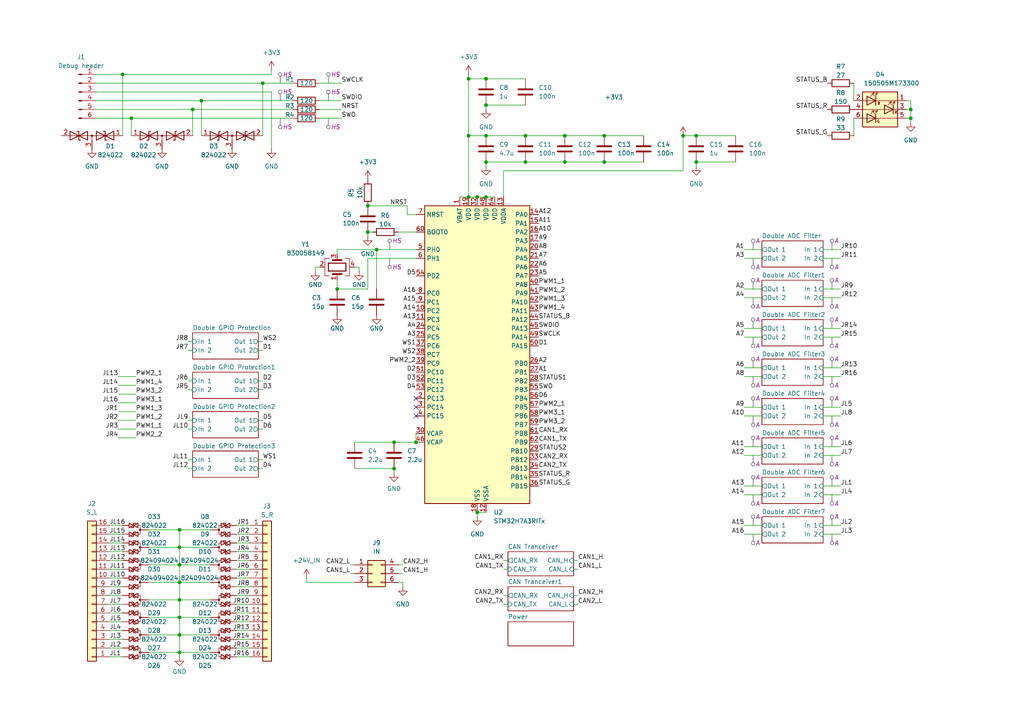
<source format=kicad_sch>
(kicad_sch
	(version 20231120)
	(generator "eeschema")
	(generator_version "8.0")
	(uuid "246a9f42-3cf4-4642-8fd8-5f1a4f99e98a")
	(paper "A4")
	
	(junction
		(at 175.26 46.99)
		(diameter 0)
		(color 0 0 0 0)
		(uuid "0faedb7e-e51b-48da-8bd5-025b23142d1c")
	)
	(junction
		(at 140.97 22.86)
		(diameter 0)
		(color 0 0 0 0)
		(uuid "13454fb4-5f89-4f6a-b18a-eab21014b15c")
	)
	(junction
		(at 175.26 39.37)
		(diameter 0)
		(color 0 0 0 0)
		(uuid "1a6a7547-d86e-4222-b743-33a9f3d82880")
	)
	(junction
		(at 163.83 46.99)
		(diameter 0)
		(color 0 0 0 0)
		(uuid "1a762ff9-8106-48dd-84f4-aae6afbae880")
	)
	(junction
		(at 138.43 148.59)
		(diameter 0)
		(color 0 0 0 0)
		(uuid "1fba0929-f8b9-421a-bc96-66efa46fcee7")
	)
	(junction
		(at 52.07 168.91)
		(diameter 0)
		(color 0 0 0 0)
		(uuid "23b7be04-5c68-4516-868c-8b71fe625f89")
	)
	(junction
		(at 201.93 46.99)
		(diameter 0)
		(color 0 0 0 0)
		(uuid "335df04d-0da4-403a-baad-635138b9b863")
	)
	(junction
		(at 97.79 83.82)
		(diameter 0)
		(color 0 0 0 0)
		(uuid "3bd341a6-e697-4382-8273-d889cde3b026")
	)
	(junction
		(at 198.12 39.37)
		(diameter 0)
		(color 0 0 0 0)
		(uuid "418fbf72-7fe7-4362-b339-9faac9196e49")
	)
	(junction
		(at 52.07 173.99)
		(diameter 0)
		(color 0 0 0 0)
		(uuid "52e1e509-07c2-413b-a9d6-7e9af1b7234c")
	)
	(junction
		(at 106.68 67.31)
		(diameter 0)
		(color 0 0 0 0)
		(uuid "583ea58c-3c4e-43a8-983c-0ef8a0e57e7f")
	)
	(junction
		(at 52.07 184.15)
		(diameter 0)
		(color 0 0 0 0)
		(uuid "5a495e8d-d559-4208-bc20-e1c29e95f13a")
	)
	(junction
		(at 264.16 34.29)
		(diameter 0)
		(color 0 0 0 0)
		(uuid "5eb79890-9b66-4a04-865c-56efe72ed92e")
	)
	(junction
		(at 152.4 39.37)
		(diameter 0)
		(color 0 0 0 0)
		(uuid "61ef05ba-1142-4079-beef-ecae7587b20e")
	)
	(junction
		(at 138.43 57.15)
		(diameter 0)
		(color 0 0 0 0)
		(uuid "63e3cc6a-c379-4c8e-823b-f48ff7360d5e")
	)
	(junction
		(at 140.97 46.99)
		(diameter 0)
		(color 0 0 0 0)
		(uuid "6ee88629-c5f7-4320-aeca-eb6d11cd4764")
	)
	(junction
		(at 135.89 39.37)
		(diameter 0)
		(color 0 0 0 0)
		(uuid "730746cf-2063-4d5d-b9e9-58b696d2d2c2")
	)
	(junction
		(at 140.97 30.48)
		(diameter 0)
		(color 0 0 0 0)
		(uuid "7459708b-7214-4244-8037-5ea7b275b617")
	)
	(junction
		(at 52.07 179.07)
		(diameter 0)
		(color 0 0 0 0)
		(uuid "7e5c391d-4bea-4d07-8cd2-411b916fbb4f")
	)
	(junction
		(at 152.4 46.99)
		(diameter 0)
		(color 0 0 0 0)
		(uuid "80a441f7-0d65-49d5-8d5f-1d4928872c19")
	)
	(junction
		(at 114.3 128.27)
		(diameter 0)
		(color 0 0 0 0)
		(uuid "8d57a956-ebb2-4a05-877b-efffffe2b3a8")
	)
	(junction
		(at 38.1 34.29)
		(diameter 0)
		(color 0 0 0 0)
		(uuid "8edd2698-ff2a-44c5-9304-e5fbc2c965d9")
	)
	(junction
		(at 135.89 57.15)
		(diameter 0)
		(color 0 0 0 0)
		(uuid "927ac146-d17f-48e6-a1b1-24c45689ca84")
	)
	(junction
		(at 264.16 31.75)
		(diameter 0)
		(color 0 0 0 0)
		(uuid "9360b0ce-e82d-4241-8108-ce2f09b1d482")
	)
	(junction
		(at 114.3 135.89)
		(diameter 0)
		(color 0 0 0 0)
		(uuid "96a78eec-d89b-446a-9d22-f333dfcd3a65")
	)
	(junction
		(at 140.97 39.37)
		(diameter 0)
		(color 0 0 0 0)
		(uuid "9938d9cd-4316-4a9c-aac1-2ca4e20d4f3a")
	)
	(junction
		(at 140.97 57.15)
		(diameter 0)
		(color 0 0 0 0)
		(uuid "ab0c9d3a-e379-4ff3-908b-8a82ee094102")
	)
	(junction
		(at 52.07 189.23)
		(diameter 0)
		(color 0 0 0 0)
		(uuid "ab6b5d88-860f-4bee-aa37-bdb154965dd2")
	)
	(junction
		(at 109.22 72.39)
		(diameter 0)
		(color 0 0 0 0)
		(uuid "af84501c-e6af-469a-939a-244d9a11864c")
	)
	(junction
		(at 163.83 39.37)
		(diameter 0)
		(color 0 0 0 0)
		(uuid "b0e8a799-3601-4749-a55c-248820c7677f")
	)
	(junction
		(at 106.68 59.69)
		(diameter 0)
		(color 0 0 0 0)
		(uuid "b1f9304b-911e-4216-bc44-2e5159140188")
	)
	(junction
		(at 135.89 22.86)
		(diameter 0)
		(color 0 0 0 0)
		(uuid "b5e6c25a-9f70-4eae-ac1d-c9cff15c522a")
	)
	(junction
		(at 52.07 163.83)
		(diameter 0)
		(color 0 0 0 0)
		(uuid "c9265e65-f904-4b21-8600-5cc88af2d39c")
	)
	(junction
		(at 52.07 153.67)
		(diameter 0)
		(color 0 0 0 0)
		(uuid "cf6eb0b8-9a3a-474c-ba2f-13fd8def0f60")
	)
	(junction
		(at 201.93 39.37)
		(diameter 0)
		(color 0 0 0 0)
		(uuid "d4de8891-e98c-47a3-84d1-0e55a4fed3c0")
	)
	(junction
		(at 35.56 21.59)
		(diameter 0)
		(color 0 0 0 0)
		(uuid "d8494cb9-6f49-4fef-bc9f-1ab01fdbb0a2")
	)
	(junction
		(at 120.65 128.27)
		(diameter 0)
		(color 0 0 0 0)
		(uuid "d9f081b5-a1c5-4d61-95e7-727613abb1e6")
	)
	(junction
		(at 58.42 29.21)
		(diameter 0)
		(color 0 0 0 0)
		(uuid "e60e70f5-7c68-49c4-afb0-d48e52b24717")
	)
	(junction
		(at 52.07 158.75)
		(diameter 0)
		(color 0 0 0 0)
		(uuid "ebd4f223-5382-429d-88b0-bfe577729178")
	)
	(junction
		(at 55.88 31.75)
		(diameter 0)
		(color 0 0 0 0)
		(uuid "f16fb3e7-6632-467a-ae51-e9b2b11712c0")
	)
	(junction
		(at 76.2 24.13)
		(diameter 0)
		(color 0 0 0 0)
		(uuid "f63c9309-2913-446e-8f26-b9b3dcfd7a63")
	)
	(no_connect
		(at 120.65 118.11)
		(uuid "34880119-e493-43f2-a6b2-72302f62cd78")
	)
	(no_connect
		(at 120.65 115.57)
		(uuid "f0296db4-27fb-43f5-be7d-df1108e4426e")
	)
	(no_connect
		(at 120.65 120.65)
		(uuid "fc2b6ed5-c232-4164-a227-8c471f13453e")
	)
	(wire
		(pts
			(xy 138.43 57.15) (xy 140.97 57.15)
		)
		(stroke
			(width 0)
			(type default)
		)
		(uuid "00c3f738-bf4c-4f5f-b968-c271d45dc3a4")
	)
	(wire
		(pts
			(xy 76.2 124.46) (xy 74.93 124.46)
		)
		(stroke
			(width 0)
			(type default)
		)
		(uuid "02c03285-7269-4e66-9f32-68dc0be415e9")
	)
	(wire
		(pts
			(xy 88.9 168.91) (xy 102.87 168.91)
		)
		(stroke
			(width 0)
			(type default)
		)
		(uuid "02e51f05-7118-489c-aef9-57d19d058f77")
	)
	(wire
		(pts
			(xy 52.07 179.07) (xy 52.07 184.15)
		)
		(stroke
			(width 0)
			(type default)
		)
		(uuid "0303d9a7-cdd9-4d63-b2aa-fe4f7e7ea423")
	)
	(wire
		(pts
			(xy 52.07 168.91) (xy 52.07 173.99)
		)
		(stroke
			(width 0)
			(type default)
		)
		(uuid "034eb1cc-3d05-4629-9ae4-4c965b9dfe1c")
	)
	(wire
		(pts
			(xy 264.16 31.75) (xy 264.16 34.29)
		)
		(stroke
			(width 0)
			(type default)
		)
		(uuid "03e863bb-f3c4-473c-bcd4-7782986c2ec5")
	)
	(wire
		(pts
			(xy 27.94 24.13) (xy 76.2 24.13)
		)
		(stroke
			(width 0)
			(type default)
		)
		(uuid "03ea955e-5bd9-43ae-8f2c-99f4e66cbacf")
	)
	(wire
		(pts
			(xy 238.76 109.22) (xy 243.84 109.22)
		)
		(stroke
			(width 0)
			(type default)
		)
		(uuid "046a9763-9a61-44d0-ab52-302689d54e11")
	)
	(wire
		(pts
			(xy 52.07 163.83) (xy 60.96 163.83)
		)
		(stroke
			(width 0)
			(type default)
		)
		(uuid "050a2432-1a86-45d8-ba1a-01f2b3da46db")
	)
	(wire
		(pts
			(xy 215.9 74.93) (xy 220.98 74.93)
		)
		(stroke
			(width 0)
			(type default)
		)
		(uuid "07019a9f-2a2e-49d0-b2ef-c049821c1410")
	)
	(wire
		(pts
			(xy 116.84 168.91) (xy 115.57 168.91)
		)
		(stroke
			(width 0)
			(type default)
		)
		(uuid "09643cf9-333b-4ecd-9673-e5039a71d6a6")
	)
	(wire
		(pts
			(xy 140.97 31.75) (xy 140.97 30.48)
		)
		(stroke
			(width 0)
			(type default)
		)
		(uuid "0c91e935-7c35-4ba0-a0b9-5beea7481d62")
	)
	(wire
		(pts
			(xy 43.18 163.83) (xy 52.07 163.83)
		)
		(stroke
			(width 0)
			(type default)
		)
		(uuid "0dad2b87-a28c-4cef-b693-980911acde13")
	)
	(wire
		(pts
			(xy 264.16 29.21) (xy 264.16 31.75)
		)
		(stroke
			(width 0)
			(type default)
		)
		(uuid "0ef91f87-b005-41d4-9291-9b0c31dea7b3")
	)
	(wire
		(pts
			(xy 135.89 57.15) (xy 138.43 57.15)
		)
		(stroke
			(width 0)
			(type default)
		)
		(uuid "0f1aaa8e-dea1-479f-abf2-070144b046c0")
	)
	(wire
		(pts
			(xy 97.79 72.39) (xy 109.22 72.39)
		)
		(stroke
			(width 0)
			(type default)
		)
		(uuid "106b7e8b-fd1a-4f46-8138-58d328fcabdf")
	)
	(wire
		(pts
			(xy 43.18 173.99) (xy 52.07 173.99)
		)
		(stroke
			(width 0)
			(type default)
		)
		(uuid "11fb9953-585f-4ec6-80de-2536179df06d")
	)
	(wire
		(pts
			(xy 107.95 67.31) (xy 106.68 67.31)
		)
		(stroke
			(width 0)
			(type default)
		)
		(uuid "136b25e0-1107-4118-8123-5a58a290dfef")
	)
	(wire
		(pts
			(xy 35.56 172.72) (xy 31.75 172.72)
		)
		(stroke
			(width 0)
			(type default)
		)
		(uuid "13aaac1d-a492-45d3-911c-7fce28cfa8d4")
	)
	(wire
		(pts
			(xy 109.22 72.39) (xy 109.22 83.82)
		)
		(stroke
			(width 0)
			(type default)
		)
		(uuid "17c30180-52bd-416a-95ab-6b50205ca129")
	)
	(wire
		(pts
			(xy 215.9 140.97) (xy 220.98 140.97)
		)
		(stroke
			(width 0)
			(type default)
		)
		(uuid "193c0b37-6765-4765-991a-614e4c170a1f")
	)
	(wire
		(pts
			(xy 106.68 59.69) (xy 118.11 59.69)
		)
		(stroke
			(width 0)
			(type default)
		)
		(uuid "1a4bbbc4-883f-4f82-9bda-429b26e0f109")
	)
	(wire
		(pts
			(xy 118.11 62.23) (xy 120.65 62.23)
		)
		(stroke
			(width 0)
			(type default)
		)
		(uuid "1ac14a14-157c-44e7-8281-0c53559e315c")
	)
	(wire
		(pts
			(xy 68.58 162.56) (xy 72.39 162.56)
		)
		(stroke
			(width 0)
			(type default)
		)
		(uuid "1b9550ed-cabf-497e-b031-055ea8245d6a")
	)
	(wire
		(pts
			(xy 35.56 182.88) (xy 31.75 182.88)
		)
		(stroke
			(width 0)
			(type default)
		)
		(uuid "1cbdc3bd-06be-4ae9-a8ec-31d13405ecc2")
	)
	(wire
		(pts
			(xy 135.89 22.86) (xy 140.97 22.86)
		)
		(stroke
			(width 0)
			(type default)
		)
		(uuid "1d91dd9d-6e4c-4cd1-892d-047dfaffd2c5")
	)
	(wire
		(pts
			(xy 35.56 175.26) (xy 31.75 175.26)
		)
		(stroke
			(width 0)
			(type default)
		)
		(uuid "1de68078-e6ee-4922-afb9-d07ea2995d2e")
	)
	(wire
		(pts
			(xy 99.06 31.75) (xy 92.71 31.75)
		)
		(stroke
			(width 0)
			(type default)
		)
		(uuid "1e5686b1-e252-4b83-b17a-2a6e70e41ebd")
	)
	(wire
		(pts
			(xy 116.84 170.18) (xy 116.84 168.91)
		)
		(stroke
			(width 0)
			(type default)
		)
		(uuid "1fcf5cff-82c3-47de-a645-8871f29d9e99")
	)
	(wire
		(pts
			(xy 54.61 110.49) (xy 55.88 110.49)
		)
		(stroke
			(width 0)
			(type default)
		)
		(uuid "21ec9914-50de-4829-87c8-6abef0833a7f")
	)
	(wire
		(pts
			(xy 78.74 43.18) (xy 78.74 26.67)
		)
		(stroke
			(width 0)
			(type default)
		)
		(uuid "220af1a0-8d8c-4df9-8756-4f37ba351685")
	)
	(wire
		(pts
			(xy 35.56 190.5) (xy 31.75 190.5)
		)
		(stroke
			(width 0)
			(type default)
		)
		(uuid "22aa4bc2-fcc7-47eb-bbe4-9c28cdc79ce5")
	)
	(wire
		(pts
			(xy 52.07 158.75) (xy 52.07 163.83)
		)
		(stroke
			(width 0)
			(type default)
		)
		(uuid "252393ce-6cf2-49db-9cc4-ef4598708c8a")
	)
	(wire
		(pts
			(xy 76.2 99.06) (xy 74.93 99.06)
		)
		(stroke
			(width 0)
			(type default)
		)
		(uuid "289bfa10-7205-47f0-9c63-639befda4eae")
	)
	(wire
		(pts
			(xy 68.58 182.88) (xy 72.39 182.88)
		)
		(stroke
			(width 0)
			(type default)
		)
		(uuid "2bf5cf48-e802-40fb-9875-afbcbbe7ce17")
	)
	(wire
		(pts
			(xy 215.9 109.22) (xy 220.98 109.22)
		)
		(stroke
			(width 0)
			(type default)
		)
		(uuid "2d8f8933-7cdd-42a6-b454-cd208c51236c")
	)
	(wire
		(pts
			(xy 175.26 46.99) (xy 186.69 46.99)
		)
		(stroke
			(width 0)
			(type default)
		)
		(uuid "2f4e5d47-367b-42ae-ba4d-9fcc1012c3de")
	)
	(wire
		(pts
			(xy 140.97 46.99) (xy 152.4 46.99)
		)
		(stroke
			(width 0)
			(type default)
		)
		(uuid "2f506071-9a44-4e48-ac76-84c9ee7d9730")
	)
	(wire
		(pts
			(xy 140.97 48.26) (xy 140.97 46.99)
		)
		(stroke
			(width 0)
			(type default)
		)
		(uuid "2fd8fc58-628c-40ce-bd40-4482fad2134f")
	)
	(wire
		(pts
			(xy 135.89 39.37) (xy 135.89 57.15)
		)
		(stroke
			(width 0)
			(type default)
		)
		(uuid "319e8e65-d0b2-4966-9880-27fca007045c")
	)
	(wire
		(pts
			(xy 114.3 137.16) (xy 114.3 135.89)
		)
		(stroke
			(width 0)
			(type default)
		)
		(uuid "3256622b-f4d0-45c0-a3d2-81698764a22d")
	)
	(wire
		(pts
			(xy 104.14 78.74) (xy 104.14 77.47)
		)
		(stroke
			(width 0)
			(type default)
		)
		(uuid "32879dfa-8f70-47fe-888e-0f8c9f7909f1")
	)
	(wire
		(pts
			(xy 68.58 172.72) (xy 72.39 172.72)
		)
		(stroke
			(width 0)
			(type default)
		)
		(uuid "349a9aee-6235-44fb-bc34-786ea4d753d8")
	)
	(wire
		(pts
			(xy 68.58 180.34) (xy 72.39 180.34)
		)
		(stroke
			(width 0)
			(type default)
		)
		(uuid "34cc20c1-2da5-4078-83b1-bfafdaadacc2")
	)
	(wire
		(pts
			(xy 146.05 49.53) (xy 146.05 57.15)
		)
		(stroke
			(width 0)
			(type default)
		)
		(uuid "34e3f1f1-2741-4dfa-af9f-c112bd474a87")
	)
	(wire
		(pts
			(xy 264.16 35.56) (xy 264.16 34.29)
		)
		(stroke
			(width 0)
			(type default)
		)
		(uuid "38a6d3bc-4ee0-4030-93d9-bf9ebfdc0db5")
	)
	(wire
		(pts
			(xy 99.06 34.29) (xy 92.71 34.29)
		)
		(stroke
			(width 0)
			(type default)
		)
		(uuid "3abf7b10-08a7-4c3a-b7bb-b15324f2507e")
	)
	(wire
		(pts
			(xy 52.07 173.99) (xy 60.96 173.99)
		)
		(stroke
			(width 0)
			(type default)
		)
		(uuid "3b38b533-37ae-4fcd-8c65-e866283e8b49")
	)
	(wire
		(pts
			(xy 99.06 29.21) (xy 92.71 29.21)
		)
		(stroke
			(width 0)
			(type default)
		)
		(uuid "3baddbc1-a075-4cea-bd14-aa6bd337112d")
	)
	(wire
		(pts
			(xy 54.61 124.46) (xy 55.88 124.46)
		)
		(stroke
			(width 0)
			(type default)
		)
		(uuid "3c4b256e-33a1-4289-8d4e-ed38ddde4477")
	)
	(wire
		(pts
			(xy 102.87 135.89) (xy 114.3 135.89)
		)
		(stroke
			(width 0)
			(type default)
		)
		(uuid "3d1479cd-ec76-4a04-8d4a-27b1bdb3a5ec")
	)
	(wire
		(pts
			(xy 68.58 170.18) (xy 72.39 170.18)
		)
		(stroke
			(width 0)
			(type default)
		)
		(uuid "3d69579b-6a03-4220-9735-861046ab3d8e")
	)
	(wire
		(pts
			(xy 68.58 167.64) (xy 72.39 167.64)
		)
		(stroke
			(width 0)
			(type default)
		)
		(uuid "3ebcc135-7723-4fba-a462-8de7c8ec416a")
	)
	(wire
		(pts
			(xy 264.16 29.21) (xy 262.89 29.21)
		)
		(stroke
			(width 0)
			(type default)
		)
		(uuid "3f98c0b4-5f38-4d2f-93a7-ba4b9193cf2c")
	)
	(wire
		(pts
			(xy 52.07 153.67) (xy 52.07 158.75)
		)
		(stroke
			(width 0)
			(type default)
		)
		(uuid "43c97b2f-c150-430a-b364-5cc9c1d03af7")
	)
	(wire
		(pts
			(xy 166.37 165.1) (xy 167.64 165.1)
		)
		(stroke
			(width 0)
			(type default)
		)
		(uuid "441334e1-2272-4037-ac0c-890e6952a4e4")
	)
	(wire
		(pts
			(xy 215.9 154.94) (xy 220.98 154.94)
		)
		(stroke
			(width 0)
			(type default)
		)
		(uuid "45bf284a-535b-4ec9-ae60-c66f9812b72a")
	)
	(wire
		(pts
			(xy 215.9 106.68) (xy 220.98 106.68)
		)
		(stroke
			(width 0)
			(type default)
		)
		(uuid "46975ee1-51b3-4808-b99c-66e549cce586")
	)
	(wire
		(pts
			(xy 140.97 39.37) (xy 152.4 39.37)
		)
		(stroke
			(width 0)
			(type default)
		)
		(uuid "4a3ddc6d-f97f-4e4d-84a7-65c21555086c")
	)
	(wire
		(pts
			(xy 138.43 148.59) (xy 140.97 148.59)
		)
		(stroke
			(width 0)
			(type default)
		)
		(uuid "4a86957c-77a0-4ce8-bf18-bf0396316997")
	)
	(wire
		(pts
			(xy 101.6 166.37) (xy 102.87 166.37)
		)
		(stroke
			(width 0)
			(type default)
		)
		(uuid "4a949536-b2bc-4b6d-b764-4ccd9f588ec5")
	)
	(wire
		(pts
			(xy 264.16 34.29) (xy 262.89 34.29)
		)
		(stroke
			(width 0)
			(type default)
		)
		(uuid "4aac2683-5ed4-46cc-8453-081a1ac1680b")
	)
	(wire
		(pts
			(xy 175.26 39.37) (xy 186.69 39.37)
		)
		(stroke
			(width 0)
			(type default)
		)
		(uuid "4ad69155-d851-4b9f-b769-fc6449b5ea3b")
	)
	(wire
		(pts
			(xy 76.2 101.6) (xy 74.93 101.6)
		)
		(stroke
			(width 0)
			(type default)
		)
		(uuid "4bb77cb6-1ef3-49ae-88a3-db535bd5a2a3")
	)
	(wire
		(pts
			(xy 27.94 31.75) (xy 55.88 31.75)
		)
		(stroke
			(width 0)
			(type default)
		)
		(uuid "4d4bceb5-f819-40a8-8953-d931043aacd5")
	)
	(wire
		(pts
			(xy 34.29 111.76) (xy 39.37 111.76)
		)
		(stroke
			(width 0)
			(type default)
		)
		(uuid "4e90c772-132d-46b1-9761-2437cf469a96")
	)
	(wire
		(pts
			(xy 38.1 34.29) (xy 85.09 34.29)
		)
		(stroke
			(width 0)
			(type default)
		)
		(uuid "4eff0188-7af9-4831-93d1-594d41120b2c")
	)
	(wire
		(pts
			(xy 35.56 185.42) (xy 31.75 185.42)
		)
		(stroke
			(width 0)
			(type default)
		)
		(uuid "4f8baabf-a748-42f9-94b0-7b7ecf887bd7")
	)
	(wire
		(pts
			(xy 76.2 39.37) (xy 76.2 24.13)
		)
		(stroke
			(width 0)
			(type default)
		)
		(uuid "4fb98932-37d3-4ca5-b8f9-537e7b97919e")
	)
	(wire
		(pts
			(xy 146.05 172.72) (xy 147.32 172.72)
		)
		(stroke
			(width 0)
			(type default)
		)
		(uuid "54ff6277-d108-4c57-b38b-3be6b142ecd0")
	)
	(wire
		(pts
			(xy 97.79 83.82) (xy 97.79 81.28)
		)
		(stroke
			(width 0)
			(type default)
		)
		(uuid "55012540-e0d1-49fe-803e-43ed943432f8")
	)
	(wire
		(pts
			(xy 52.07 184.15) (xy 60.96 184.15)
		)
		(stroke
			(width 0)
			(type default)
		)
		(uuid "5d5e3750-e898-4850-b150-63cd526c176d")
	)
	(wire
		(pts
			(xy 115.57 67.31) (xy 120.65 67.31)
		)
		(stroke
			(width 0)
			(type default)
		)
		(uuid "5dc8ccb6-b380-481a-86fd-234533b3763b")
	)
	(wire
		(pts
			(xy 238.76 118.11) (xy 243.84 118.11)
		)
		(stroke
			(width 0)
			(type default)
		)
		(uuid "5ed822f9-eda1-4128-a33b-27d5b0ac4d39")
	)
	(wire
		(pts
			(xy 35.56 157.48) (xy 31.75 157.48)
		)
		(stroke
			(width 0)
			(type default)
		)
		(uuid "604be9eb-ac6e-43ef-90d5-2ba4f388dc9f")
	)
	(wire
		(pts
			(xy 68.58 185.42) (xy 72.39 185.42)
		)
		(stroke
			(width 0)
			(type default)
		)
		(uuid "62a7ea53-6102-441f-b8c2-4dfa0f51aefc")
	)
	(wire
		(pts
			(xy 118.11 59.69) (xy 118.11 62.23)
		)
		(stroke
			(width 0)
			(type default)
		)
		(uuid "62a8c19c-6239-49bb-818b-d4210c55ae2f")
	)
	(wire
		(pts
			(xy 34.29 114.3) (xy 39.37 114.3)
		)
		(stroke
			(width 0)
			(type default)
		)
		(uuid "6395668c-d00a-4ab1-92e4-e1b116493d87")
	)
	(wire
		(pts
			(xy 238.76 152.4) (xy 243.84 152.4)
		)
		(stroke
			(width 0)
			(type default)
		)
		(uuid "6469f810-3b99-4129-a56d-7f3d8c25572f")
	)
	(wire
		(pts
			(xy 152.4 46.99) (xy 163.83 46.99)
		)
		(stroke
			(width 0)
			(type default)
		)
		(uuid "65448fd7-81f0-497b-953b-966e3eae7d71")
	)
	(wire
		(pts
			(xy 35.56 154.94) (xy 31.75 154.94)
		)
		(stroke
			(width 0)
			(type default)
		)
		(uuid "67fff605-4247-42bf-ac0e-cb05c0ef5308")
	)
	(wire
		(pts
			(xy 35.56 152.4) (xy 31.75 152.4)
		)
		(stroke
			(width 0)
			(type default)
		)
		(uuid "684d6043-d1f4-4fb4-8b5a-712116e538cc")
	)
	(wire
		(pts
			(xy 166.37 162.56) (xy 167.64 162.56)
		)
		(stroke
			(width 0)
			(type default)
		)
		(uuid "68982d33-3348-4293-af2d-00d2bf87c31c")
	)
	(wire
		(pts
			(xy 54.61 133.35) (xy 55.88 133.35)
		)
		(stroke
			(width 0)
			(type default)
		)
		(uuid "6967dab9-ba0f-47fa-855b-81615c3e18c1")
	)
	(wire
		(pts
			(xy 68.58 187.96) (xy 72.39 187.96)
		)
		(stroke
			(width 0)
			(type default)
		)
		(uuid "6c123143-d547-43c7-b532-11fdef114118")
	)
	(wire
		(pts
			(xy 163.83 39.37) (xy 175.26 39.37)
		)
		(stroke
			(width 0)
			(type default)
		)
		(uuid "6cbb2ae6-6394-4ff1-8b84-21e211ea8033")
	)
	(wire
		(pts
			(xy 78.74 21.59) (xy 35.56 21.59)
		)
		(stroke
			(width 0)
			(type default)
		)
		(uuid "7068abdf-11e6-40a5-8c03-913a9098550e")
	)
	(wire
		(pts
			(xy 146.05 162.56) (xy 147.32 162.56)
		)
		(stroke
			(width 0)
			(type default)
		)
		(uuid "70ce3814-2cff-48a0-bac0-a42e75589f7c")
	)
	(wire
		(pts
			(xy 52.07 189.23) (xy 60.96 189.23)
		)
		(stroke
			(width 0)
			(type default)
		)
		(uuid "71914898-0ba2-4404-89de-df20052ef202")
	)
	(wire
		(pts
			(xy 215.9 83.82) (xy 220.98 83.82)
		)
		(stroke
			(width 0)
			(type default)
		)
		(uuid "72ac8ac3-2ee2-4a8f-89be-619749f2f6bb")
	)
	(wire
		(pts
			(xy 43.18 179.07) (xy 52.07 179.07)
		)
		(stroke
			(width 0)
			(type default)
		)
		(uuid "72b08ba6-cceb-4121-b855-85b9c3ec16ab")
	)
	(wire
		(pts
			(xy 52.07 179.07) (xy 60.96 179.07)
		)
		(stroke
			(width 0)
			(type default)
		)
		(uuid "730a5782-efd0-49ce-93b3-9d85d0f5cde7")
	)
	(wire
		(pts
			(xy 76.2 110.49) (xy 74.93 110.49)
		)
		(stroke
			(width 0)
			(type default)
		)
		(uuid "73627e11-9c8b-4ee1-b325-43f6b4d13590")
	)
	(wire
		(pts
			(xy 116.84 163.83) (xy 115.57 163.83)
		)
		(stroke
			(width 0)
			(type default)
		)
		(uuid "73f4ff9b-7227-4add-9ba1-b9db6cdaeeee")
	)
	(wire
		(pts
			(xy 54.61 121.92) (xy 55.88 121.92)
		)
		(stroke
			(width 0)
			(type default)
		)
		(uuid "7445cc10-d40e-4bd6-93af-4dc1af630744")
	)
	(wire
		(pts
			(xy 35.56 165.1) (xy 31.75 165.1)
		)
		(stroke
			(width 0)
			(type default)
		)
		(uuid "7490a687-d148-4bbd-b8b5-79167fe0aa65")
	)
	(wire
		(pts
			(xy 35.56 21.59) (xy 35.56 39.37)
		)
		(stroke
			(width 0)
			(type default)
		)
		(uuid "752ab649-50ea-4ab7-bd3c-6ac87f543645")
	)
	(wire
		(pts
			(xy 238.76 120.65) (xy 243.84 120.65)
		)
		(stroke
			(width 0)
			(type default)
		)
		(uuid "762ccc46-2002-452a-9df6-c8d370519e2b")
	)
	(wire
		(pts
			(xy 215.9 143.51) (xy 220.98 143.51)
		)
		(stroke
			(width 0)
			(type default)
		)
		(uuid "795f31da-483c-4a8b-bc58-8dbc40bdb323")
	)
	(wire
		(pts
			(xy 54.61 135.89) (xy 55.88 135.89)
		)
		(stroke
			(width 0)
			(type default)
		)
		(uuid "79dffb39-7b41-4f96-ac2d-68acb3a2d83a")
	)
	(wire
		(pts
			(xy 52.07 163.83) (xy 52.07 168.91)
		)
		(stroke
			(width 0)
			(type default)
		)
		(uuid "7c8660a1-be9d-45c9-9c4a-74604763d2f0")
	)
	(wire
		(pts
			(xy 68.58 152.4) (xy 72.39 152.4)
		)
		(stroke
			(width 0)
			(type default)
		)
		(uuid "7d70ea47-6abf-44a1-9a41-caac30d6178e")
	)
	(wire
		(pts
			(xy 135.89 39.37) (xy 140.97 39.37)
		)
		(stroke
			(width 0)
			(type default)
		)
		(uuid "80583bc6-a3de-44ce-8e05-2f0143343034")
	)
	(wire
		(pts
			(xy 198.12 39.37) (xy 201.93 39.37)
		)
		(stroke
			(width 0)
			(type default)
		)
		(uuid "81448d5b-dfec-4dd6-9703-b8e7bc0d6968")
	)
	(wire
		(pts
			(xy 215.9 97.79) (xy 220.98 97.79)
		)
		(stroke
			(width 0)
			(type default)
		)
		(uuid "81cdd66b-ac50-4c22-8442-84ce470b011d")
	)
	(wire
		(pts
			(xy 215.9 118.11) (xy 220.98 118.11)
		)
		(stroke
			(width 0)
			(type default)
		)
		(uuid "83c93ef7-e0ed-4405-bfd3-8a16d8c484bf")
	)
	(wire
		(pts
			(xy 52.07 189.23) (xy 52.07 190.5)
		)
		(stroke
			(width 0)
			(type default)
		)
		(uuid "83de6e92-5679-415c-bdc3-a3af216732b0")
	)
	(wire
		(pts
			(xy 43.18 158.75) (xy 52.07 158.75)
		)
		(stroke
			(width 0)
			(type default)
		)
		(uuid "83ec5488-fd6d-4500-9382-f1c9933ce37c")
	)
	(wire
		(pts
			(xy 215.9 152.4) (xy 220.98 152.4)
		)
		(stroke
			(width 0)
			(type default)
		)
		(uuid "868fd2cf-5015-4d5c-88aa-7feecce7fce4")
	)
	(wire
		(pts
			(xy 55.88 31.75) (xy 55.88 39.37)
		)
		(stroke
			(width 0)
			(type default)
		)
		(uuid "86f7d94b-d59e-44e2-8748-6e667f4aef64")
	)
	(wire
		(pts
			(xy 38.1 34.29) (xy 38.1 39.37)
		)
		(stroke
			(width 0)
			(type default)
		)
		(uuid "8749140a-9a28-472f-91fe-5493c58f3fec")
	)
	(wire
		(pts
			(xy 78.74 21.59) (xy 78.74 20.32)
		)
		(stroke
			(width 0)
			(type default)
		)
		(uuid "890723ea-bebb-439f-958d-a064d09aa7e1")
	)
	(wire
		(pts
			(xy 27.94 29.21) (xy 58.42 29.21)
		)
		(stroke
			(width 0)
			(type default)
		)
		(uuid "8a16a9d5-a8d0-41a3-adbe-a5c41b7ec656")
	)
	(wire
		(pts
			(xy 238.76 86.36) (xy 243.84 86.36)
		)
		(stroke
			(width 0)
			(type default)
		)
		(uuid "8b50ba3a-36d1-4fca-a044-476bf9c55a0e")
	)
	(wire
		(pts
			(xy 215.9 86.36) (xy 220.98 86.36)
		)
		(stroke
			(width 0)
			(type default)
		)
		(uuid "8e54bae6-310e-49df-b241-930d37c9dfbf")
	)
	(wire
		(pts
			(xy 68.58 160.02) (xy 72.39 160.02)
		)
		(stroke
			(width 0)
			(type default)
		)
		(uuid "8fdd6b36-f07a-4c7c-9f31-27bd6d2342ff")
	)
	(wire
		(pts
			(xy 163.83 46.99) (xy 175.26 46.99)
		)
		(stroke
			(width 0)
			(type default)
		)
		(uuid "96b0d394-0b88-45c1-8172-1431dd192851")
	)
	(wire
		(pts
			(xy 104.14 77.47) (xy 102.87 77.47)
		)
		(stroke
			(width 0)
			(type default)
		)
		(uuid "97d90ea5-9485-4e12-927b-8b686691137f")
	)
	(wire
		(pts
			(xy 238.76 72.39) (xy 243.84 72.39)
		)
		(stroke
			(width 0)
			(type default)
		)
		(uuid "9b43fe9f-0fa6-4f3a-bb06-6f7c0396d50b")
	)
	(wire
		(pts
			(xy 34.29 119.38) (xy 39.37 119.38)
		)
		(stroke
			(width 0)
			(type default)
		)
		(uuid "9c222faa-e0f6-4cc3-835e-cbf8bb625d81")
	)
	(wire
		(pts
			(xy 68.58 175.26) (xy 72.39 175.26)
		)
		(stroke
			(width 0)
			(type default)
		)
		(uuid "9e1f8b85-7eb5-403f-b3ab-27ff31019d3f")
	)
	(wire
		(pts
			(xy 35.56 187.96) (xy 31.75 187.96)
		)
		(stroke
			(width 0)
			(type default)
		)
		(uuid "9f0a2609-5353-4c0c-a8ce-5203e4952f1a")
	)
	(wire
		(pts
			(xy 238.76 106.68) (xy 243.84 106.68)
		)
		(stroke
			(width 0)
			(type default)
		)
		(uuid "9f33ddaa-2e7e-4540-b4cb-9f80b3769576")
	)
	(wire
		(pts
			(xy 74.93 133.35) (xy 76.2 133.35)
		)
		(stroke
			(width 0)
			(type default)
		)
		(uuid "9f37bf6f-a3c8-4f77-9658-aa0114f771d2")
	)
	(wire
		(pts
			(xy 54.61 101.6) (xy 55.88 101.6)
		)
		(stroke
			(width 0)
			(type default)
		)
		(uuid "a02c86dc-a145-4ecd-a802-3080febbafee")
	)
	(wire
		(pts
			(xy 201.93 39.37) (xy 213.36 39.37)
		)
		(stroke
			(width 0)
			(type default)
		)
		(uuid "a11e87fc-d7eb-4d8c-94a3-a153d319a5b6")
	)
	(wire
		(pts
			(xy 35.56 21.59) (xy 27.94 21.59)
		)
		(stroke
			(width 0)
			(type default)
		)
		(uuid "a1adc057-6535-4793-8d8d-7c3137110326")
	)
	(wire
		(pts
			(xy 120.65 128.27) (xy 114.3 128.27)
		)
		(stroke
			(width 0)
			(type default)
		)
		(uuid "a374cc97-25dd-4c87-880b-3dd7be297b6e")
	)
	(wire
		(pts
			(xy 140.97 30.48) (xy 152.4 30.48)
		)
		(stroke
			(width 0)
			(type default)
		)
		(uuid "a45c0936-d61e-4288-9da7-30478b873d2d")
	)
	(wire
		(pts
			(xy 68.58 157.48) (xy 72.39 157.48)
		)
		(stroke
			(width 0)
			(type default)
		)
		(uuid "a5683189-69dd-453e-8098-d51185062a7c")
	)
	(wire
		(pts
			(xy 238.76 143.51) (xy 243.84 143.51)
		)
		(stroke
			(width 0)
			(type default)
		)
		(uuid "a7414dbe-241f-4952-96f9-d0e16962052d")
	)
	(wire
		(pts
			(xy 52.07 158.75) (xy 60.96 158.75)
		)
		(stroke
			(width 0)
			(type default)
		)
		(uuid "a8d1d868-1344-4d2a-a953-d212f01462d5")
	)
	(wire
		(pts
			(xy 201.93 48.26) (xy 201.93 46.99)
		)
		(stroke
			(width 0)
			(type default)
		)
		(uuid "aa4120b2-574b-4f0d-a6c9-f6d2a996df84")
	)
	(wire
		(pts
			(xy 116.84 166.37) (xy 115.57 166.37)
		)
		(stroke
			(width 0)
			(type default)
		)
		(uuid "aa84cfb4-0e65-4872-9a55-05689295f5ec")
	)
	(wire
		(pts
			(xy 166.37 175.26) (xy 167.64 175.26)
		)
		(stroke
			(width 0)
			(type default)
		)
		(uuid "ac8a55cc-d8f3-4eeb-a00e-b8d467b86c7f")
	)
	(wire
		(pts
			(xy 238.76 74.93) (xy 243.84 74.93)
		)
		(stroke
			(width 0)
			(type default)
		)
		(uuid "acf8058c-9b24-4649-bc0b-3ca5d3fc4126")
	)
	(wire
		(pts
			(xy 166.37 172.72) (xy 167.64 172.72)
		)
		(stroke
			(width 0)
			(type default)
		)
		(uuid "ae74f47d-71ff-4c89-84d0-becc91d000c5")
	)
	(wire
		(pts
			(xy 35.56 167.64) (xy 31.75 167.64)
		)
		(stroke
			(width 0)
			(type default)
		)
		(uuid "aed847a5-e945-4b29-af4b-a981064b473c")
	)
	(wire
		(pts
			(xy 55.88 31.75) (xy 85.09 31.75)
		)
		(stroke
			(width 0)
			(type default)
		)
		(uuid "b05434ab-d577-46e8-a801-a2c77f9984e9")
	)
	(wire
		(pts
			(xy 34.29 121.92) (xy 39.37 121.92)
		)
		(stroke
			(width 0)
			(type default)
		)
		(uuid "b1104d4b-bba9-4e09-b48d-383e8a864c05")
	)
	(wire
		(pts
			(xy 43.18 184.15) (xy 52.07 184.15)
		)
		(stroke
			(width 0)
			(type default)
		)
		(uuid "b12f461e-9723-431c-affd-b99fbc8e8426")
	)
	(wire
		(pts
			(xy 91.44 77.47) (xy 91.44 78.74)
		)
		(stroke
			(width 0)
			(type default)
		)
		(uuid "b17c6ac8-cf4d-4d6d-8cad-9643d8e7a227")
	)
	(wire
		(pts
			(xy 52.07 168.91) (xy 60.96 168.91)
		)
		(stroke
			(width 0)
			(type default)
		)
		(uuid "b3340d8e-a6d5-4752-8405-be3855bf2dca")
	)
	(wire
		(pts
			(xy 68.58 177.8) (xy 72.39 177.8)
		)
		(stroke
			(width 0)
			(type default)
		)
		(uuid "b4cca263-13b6-4139-8a4d-48cf62a928e3")
	)
	(wire
		(pts
			(xy 68.58 190.5) (xy 72.39 190.5)
		)
		(stroke
			(width 0)
			(type default)
		)
		(uuid "b4ed1bc8-bf43-40f0-9393-4cf4f283b3ec")
	)
	(wire
		(pts
			(xy 91.44 77.47) (xy 92.71 77.47)
		)
		(stroke
			(width 0)
			(type default)
		)
		(uuid "b5075339-4ce0-4208-916b-2031809f36f7")
	)
	(wire
		(pts
			(xy 35.56 177.8) (xy 31.75 177.8)
		)
		(stroke
			(width 0)
			(type default)
		)
		(uuid "b5137006-1994-49ef-848a-bee393b74352")
	)
	(wire
		(pts
			(xy 120.65 125.73) (xy 120.65 128.27)
		)
		(stroke
			(width 0)
			(type default)
		)
		(uuid "b53b8d91-fb81-4e3a-8522-2c577a5dac9f")
	)
	(wire
		(pts
			(xy 238.76 129.54) (xy 243.84 129.54)
		)
		(stroke
			(width 0)
			(type default)
		)
		(uuid "b6ad8054-77e2-4d88-8489-f4b7e52acf1c")
	)
	(wire
		(pts
			(xy 43.18 189.23) (xy 52.07 189.23)
		)
		(stroke
			(width 0)
			(type default)
		)
		(uuid "b80ef5e3-8155-4fe2-b22b-86672ca6b290")
	)
	(wire
		(pts
			(xy 215.9 129.54) (xy 220.98 129.54)
		)
		(stroke
			(width 0)
			(type default)
		)
		(uuid "ba806781-cf5d-46a8-9f32-5bf0f4d249d6")
	)
	(wire
		(pts
			(xy 238.76 154.94) (xy 243.84 154.94)
		)
		(stroke
			(width 0)
			(type default)
		)
		(uuid "bab79d67-f408-4b71-9cef-46860a763f65")
	)
	(wire
		(pts
			(xy 43.18 168.91) (xy 52.07 168.91)
		)
		(stroke
			(width 0)
			(type default)
		)
		(uuid "bc716928-2ac4-4f5c-8048-eddc63f8d43a")
	)
	(wire
		(pts
			(xy 34.29 124.46) (xy 39.37 124.46)
		)
		(stroke
			(width 0)
			(type default)
		)
		(uuid "bd23d700-fcfa-4992-bee1-db90f9af2d67")
	)
	(wire
		(pts
			(xy 120.65 74.93) (xy 106.68 74.93)
		)
		(stroke
			(width 0)
			(type default)
		)
		(uuid "bfc738d4-1aa9-45ec-b23a-293b4a9d1b1b")
	)
	(wire
		(pts
			(xy 58.42 29.21) (xy 85.09 29.21)
		)
		(stroke
			(width 0)
			(type default)
		)
		(uuid "c136fe36-f55b-4c57-93e8-23080a96af68")
	)
	(wire
		(pts
			(xy 54.61 99.06) (xy 55.88 99.06)
		)
		(stroke
			(width 0)
			(type default)
		)
		(uuid "c20838dd-6ad4-48d9-9ab0-8a3fd64d8d46")
	)
	(wire
		(pts
			(xy 135.89 22.86) (xy 135.89 39.37)
		)
		(stroke
			(width 0)
			(type default)
		)
		(uuid "c255969b-2052-4068-a320-f2f84adc0aa2")
	)
	(wire
		(pts
			(xy 138.43 149.86) (xy 138.43 148.59)
		)
		(stroke
			(width 0)
			(type default)
		)
		(uuid "c25f4a27-6c4f-435d-9652-ae5bb5ff0ba2")
	)
	(wire
		(pts
			(xy 215.9 95.25) (xy 220.98 95.25)
		)
		(stroke
			(width 0)
			(type default)
		)
		(uuid "c2a964c8-dc54-44d0-893a-1c45a25f3074")
	)
	(wire
		(pts
			(xy 76.2 24.13) (xy 85.09 24.13)
		)
		(stroke
			(width 0)
			(type default)
		)
		(uuid "c2dd9b1e-5f00-412b-8bf8-25d2de3fc324")
	)
	(wire
		(pts
			(xy 101.6 163.83) (xy 102.87 163.83)
		)
		(stroke
			(width 0)
			(type default)
		)
		(uuid "c6caca7e-b69f-4cbf-956c-650aaa9445d0")
	)
	(wire
		(pts
			(xy 262.89 31.75) (xy 264.16 31.75)
		)
		(stroke
			(width 0)
			(type default)
		)
		(uuid "c6e7eaf1-5c10-42b0-bf4b-2e55bb146523")
	)
	(wire
		(pts
			(xy 52.07 184.15) (xy 52.07 189.23)
		)
		(stroke
			(width 0)
			(type default)
		)
		(uuid "c6ea2468-393d-4391-be7f-8b15efe4f50e")
	)
	(wire
		(pts
			(xy 102.87 128.27) (xy 114.3 128.27)
		)
		(stroke
			(width 0)
			(type default)
		)
		(uuid "c87eb1ca-b1da-4803-82d8-0aec24c02de5")
	)
	(wire
		(pts
			(xy 58.42 29.21) (xy 58.42 39.37)
		)
		(stroke
			(width 0)
			(type default)
		)
		(uuid "c903b747-204e-4d45-b82c-7145e133791c")
	)
	(wire
		(pts
			(xy 97.79 73.66) (xy 97.79 72.39)
		)
		(stroke
			(width 0)
			(type default)
		)
		(uuid "c9839c65-7f9a-4815-a021-f99c2f5be2a9")
	)
	(wire
		(pts
			(xy 152.4 39.37) (xy 163.83 39.37)
		)
		(stroke
			(width 0)
			(type default)
		)
		(uuid "c98a6e3e-b773-45b0-86ba-f8d0fe0e52f4")
	)
	(wire
		(pts
			(xy 34.29 127) (xy 39.37 127)
		)
		(stroke
			(width 0)
			(type default)
		)
		(uuid "cc3f9be1-c96b-4bd8-aa5a-cc83deace68f")
	)
	(wire
		(pts
			(xy 146.05 49.53) (xy 198.12 49.53)
		)
		(stroke
			(width 0)
			(type default)
		)
		(uuid "cd82ef2b-f6e6-42de-adde-85d6bc284810")
	)
	(wire
		(pts
			(xy 78.74 26.67) (xy 27.94 26.67)
		)
		(stroke
			(width 0)
			(type default)
		)
		(uuid "cf1b5fed-9d72-4810-ab33-b1f061044d67")
	)
	(wire
		(pts
			(xy 238.76 95.25) (xy 243.84 95.25)
		)
		(stroke
			(width 0)
			(type default)
		)
		(uuid "cfbf41ef-e899-4ea7-b91c-afeaa54d9a0c")
	)
	(wire
		(pts
			(xy 68.58 154.94) (xy 72.39 154.94)
		)
		(stroke
			(width 0)
			(type default)
		)
		(uuid "d10ca648-f242-4443-9df1-2a6292f0ece6")
	)
	(wire
		(pts
			(xy 238.76 97.79) (xy 243.84 97.79)
		)
		(stroke
			(width 0)
			(type default)
		)
		(uuid "d479382c-a55f-4985-973f-1d3cfe0b48a9")
	)
	(wire
		(pts
			(xy 238.76 83.82) (xy 243.84 83.82)
		)
		(stroke
			(width 0)
			(type default)
		)
		(uuid "d4ec97fe-2b5c-4b1a-b6b7-ef9a32b92434")
	)
	(wire
		(pts
			(xy 68.58 165.1) (xy 72.39 165.1)
		)
		(stroke
			(width 0)
			(type default)
		)
		(uuid "d63ea4fc-dfcc-484b-bb59-cf59e907eda5")
	)
	(wire
		(pts
			(xy 215.9 132.08) (xy 220.98 132.08)
		)
		(stroke
			(width 0)
			(type default)
		)
		(uuid "d651dbd1-b917-4538-9aba-380f22fbdc5b")
	)
	(wire
		(pts
			(xy 35.56 180.34) (xy 31.75 180.34)
		)
		(stroke
			(width 0)
			(type default)
		)
		(uuid "d65be5e9-8987-44ba-973d-e58bd0111bb9")
	)
	(wire
		(pts
			(xy 76.2 121.92) (xy 74.93 121.92)
		)
		(stroke
			(width 0)
			(type default)
		)
		(uuid "d75dd49c-09f2-4cc8-b88f-afad37d5517d")
	)
	(wire
		(pts
			(xy 106.68 67.31) (xy 106.68 68.58)
		)
		(stroke
			(width 0)
			(type default)
		)
		(uuid "d80157ec-defe-476c-b96d-73bce8f6295c")
	)
	(wire
		(pts
			(xy 215.9 120.65) (xy 220.98 120.65)
		)
		(stroke
			(width 0)
			(type default)
		)
		(uuid "d951e89a-0def-42ae-aa7f-b3eef5b93488")
	)
	(wire
		(pts
			(xy 35.56 160.02) (xy 31.75 160.02)
		)
		(stroke
			(width 0)
			(type default)
		)
		(uuid "d9af966c-c3d1-4719-9ba7-8420ded832ee")
	)
	(wire
		(pts
			(xy 99.06 24.13) (xy 92.71 24.13)
		)
		(stroke
			(width 0)
			(type default)
		)
		(uuid "da1d4f75-ad07-475b-9186-c102e6f2fb8f")
	)
	(wire
		(pts
			(xy 146.05 165.1) (xy 147.32 165.1)
		)
		(stroke
			(width 0)
			(type default)
		)
		(uuid "da73d747-c19f-4834-ac18-c934756df440")
	)
	(wire
		(pts
			(xy 60.96 153.67) (xy 52.07 153.67)
		)
		(stroke
			(width 0)
			(type default)
		)
		(uuid "da824590-8190-4e02-9c48-1969ffa51da8")
	)
	(wire
		(pts
			(xy 76.2 113.03) (xy 74.93 113.03)
		)
		(stroke
			(width 0)
			(type default)
		)
		(uuid "dae65c96-0942-45a5-8215-500290a0c568")
	)
	(wire
		(pts
			(xy 52.07 173.99) (xy 52.07 179.07)
		)
		(stroke
			(width 0)
			(type default)
		)
		(uuid "db2ef4b1-0e74-4d04-9a82-bc428a3e91e5")
	)
	(wire
		(pts
			(xy 43.18 153.67) (xy 52.07 153.67)
		)
		(stroke
			(width 0)
			(type default)
		)
		(uuid "db910aa5-19a2-4b62-b60e-a40313fa2b1d")
	)
	(wire
		(pts
			(xy 35.56 170.18) (xy 31.75 170.18)
		)
		(stroke
			(width 0)
			(type default)
		)
		(uuid "de48397a-27dc-4d60-b050-09b904af5878")
	)
	(wire
		(pts
			(xy 76.2 135.89) (xy 74.93 135.89)
		)
		(stroke
			(width 0)
			(type default)
		)
		(uuid "e1403582-5e4d-4ac7-a7f5-33642f197dc0")
	)
	(wire
		(pts
			(xy 88.9 167.64) (xy 88.9 168.91)
		)
		(stroke
			(width 0)
			(type default)
		)
		(uuid "e2a1f00d-dea0-4b91-9246-3d2a81b7cc5d")
	)
	(wire
		(pts
			(xy 27.94 34.29) (xy 38.1 34.29)
		)
		(stroke
			(width 0)
			(type default)
		)
		(uuid "e38369a3-419a-4627-989a-7b024e6c5190")
	)
	(wire
		(pts
			(xy 247.65 24.13) (xy 247.65 29.21)
		)
		(stroke
			(width 0)
			(type default)
		)
		(uuid "e657fa6d-eca9-46eb-8ba5-e2d5a1f5bedb")
	)
	(wire
		(pts
			(xy 215.9 72.39) (xy 220.98 72.39)
		)
		(stroke
			(width 0)
			(type default)
		)
		(uuid "e6673738-e87a-4546-9aaa-e3bce7192fb4")
	)
	(wire
		(pts
			(xy 54.61 113.03) (xy 55.88 113.03)
		)
		(stroke
			(width 0)
			(type default)
		)
		(uuid "e7c502b7-55ff-4acc-ad34-b4c4baf47062")
	)
	(wire
		(pts
			(xy 35.56 162.56) (xy 31.75 162.56)
		)
		(stroke
			(width 0)
			(type default)
		)
		(uuid "eacc46e6-fcd5-4239-8f52-3f2a4a4f21f2")
	)
	(wire
		(pts
			(xy 34.29 109.22) (xy 39.37 109.22)
		)
		(stroke
			(width 0)
			(type default)
		)
		(uuid "eb13aeb2-ec2c-4414-9242-4bbe1cd8b78f")
	)
	(wire
		(pts
			(xy 106.68 83.82) (xy 97.79 83.82)
		)
		(stroke
			(width 0)
			(type default)
		)
		(uuid "eb72377e-575b-4946-9323-38cd344f6043")
	)
	(wire
		(pts
			(xy 146.05 175.26) (xy 147.32 175.26)
		)
		(stroke
			(width 0)
			(type default)
		)
		(uuid "ec1fdf05-bf68-41d8-bdc8-45b3f98b4014")
	)
	(wire
		(pts
			(xy 106.68 74.93) (xy 106.68 83.82)
		)
		(stroke
			(width 0)
			(type default)
		)
		(uuid "ed2f3586-bb7c-453a-9121-f974d798b9e5")
	)
	(wire
		(pts
			(xy 238.76 140.97) (xy 243.84 140.97)
		)
		(stroke
			(width 0)
			(type default)
		)
		(uuid "f0e95b1e-99d2-4e88-8128-207b266b0f57")
	)
	(wire
		(pts
			(xy 247.65 39.37) (xy 247.65 34.29)
		)
		(stroke
			(width 0)
			(type default)
		)
		(uuid "f4851dd0-6588-4189-bace-aae258f8310c")
	)
	(wire
		(pts
			(xy 133.35 57.15) (xy 135.89 57.15)
		)
		(stroke
			(width 0)
			(type default)
		)
		(uuid "f4f1af63-a322-411c-bb63-1650cbe15189")
	)
	(wire
		(pts
			(xy 140.97 22.86) (xy 152.4 22.86)
		)
		(stroke
			(width 0)
			(type default)
		)
		(uuid "f519963a-2055-430b-b1a1-b5ee425a1a80")
	)
	(wire
		(pts
			(xy 198.12 39.37) (xy 198.12 49.53)
		)
		(stroke
			(width 0)
			(type default)
		)
		(uuid "faeed5e9-c5bd-42f1-9948-866abb5492f7")
	)
	(wire
		(pts
			(xy 201.93 46.99) (xy 213.36 46.99)
		)
		(stroke
			(width 0)
			(type default)
		)
		(uuid "fbde6e07-d5bc-4df6-9765-65c754ba5fa4")
	)
	(wire
		(pts
			(xy 34.29 116.84) (xy 39.37 116.84)
		)
		(stroke
			(width 0)
			(type default)
		)
		(uuid "fc1fd36e-7ae4-42f6-aa71-43133fa714d4")
	)
	(wire
		(pts
			(xy 109.22 72.39) (xy 120.65 72.39)
		)
		(stroke
			(width 0)
			(type default)
		)
		(uuid "fcc0d9cb-0212-4759-bbd1-9ca0bd9f2f97")
	)
	(wire
		(pts
			(xy 140.97 57.15) (xy 143.51 57.15)
		)
		(stroke
			(width 0)
			(type default)
		)
		(uuid "fdf0331b-addd-4dd4-b182-f5137aa91e7c")
	)
	(wire
		(pts
			(xy 238.76 132.08) (xy 243.84 132.08)
		)
		(stroke
			(width 0)
			(type default)
		)
		(uuid "feabd825-0206-48cd-bf5c-9453bac2d45f")
	)
	(wire
		(pts
			(xy 135.89 21.59) (xy 135.89 22.86)
		)
		(stroke
			(width 0)
			(type default)
		)
		(uuid "fec0ac8b-d45e-4d2b-aeaa-9edea36fc691")
	)
	(label "JL8"
		(at 243.84 120.65 0)
		(fields_autoplaced yes)
		(effects
			(font
				(size 1.27 1.27)
			)
			(justify left bottom)
		)
		(uuid "017e6d9b-89ba-42d2-b280-b86d676b9239")
	)
	(label "JL16"
		(at 34.29 116.84 180)
		(fields_autoplaced yes)
		(effects
			(font
				(size 1.27 1.27)
			)
			(justify right bottom)
		)
		(uuid "018c714c-2d6b-4b92-b7bf-7ebd1ed0e13b")
	)
	(label "JL6"
		(at 243.84 129.54 0)
		(fields_autoplaced yes)
		(effects
			(font
				(size 1.27 1.27)
			)
			(justify left bottom)
		)
		(uuid "0221497e-42f9-4437-bdff-38dce3eb5522")
	)
	(label "JR12"
		(at 72.39 180.34 180)
		(fields_autoplaced yes)
		(effects
			(font
				(size 1.27 1.27)
			)
			(justify right bottom)
		)
		(uuid "04016289-47f3-4b01-bfea-c9178982d1ab")
	)
	(label "D6"
		(at 76.2 124.46 0)
		(fields_autoplaced yes)
		(effects
			(font
				(size 1.27 1.27)
			)
			(justify left bottom)
		)
		(uuid "04bf1a9c-9f47-487c-b26f-0cb8491faa89")
	)
	(label "JR5"
		(at 72.39 162.56 180)
		(fields_autoplaced yes)
		(effects
			(font
				(size 1.27 1.27)
			)
			(justify right bottom)
		)
		(uuid "05c654d6-85ce-4b58-8e84-c9c62f5f5ecd")
	)
	(label "A7"
		(at 156.21 74.93 0)
		(fields_autoplaced yes)
		(effects
			(font
				(size 1.27 1.27)
			)
			(justify left bottom)
		)
		(uuid "05db2d36-2d89-40b1-a84f-8cea7f55512e")
	)
	(label "A6"
		(at 156.21 77.47 0)
		(fields_autoplaced yes)
		(effects
			(font
				(size 1.27 1.27)
			)
			(justify left bottom)
		)
		(uuid "0aeb9e09-c893-49af-ac76-6963531b1017")
	)
	(label "A9"
		(at 215.9 118.11 180)
		(fields_autoplaced yes)
		(effects
			(font
				(size 1.27 1.27)
			)
			(justify right bottom)
		)
		(uuid "0d743085-5092-400b-80a7-b2614729a17b")
	)
	(label "PWM1_3"
		(at 39.37 119.38 0)
		(fields_autoplaced yes)
		(effects
			(font
				(size 1.27 1.27)
			)
			(justify left bottom)
		)
		(uuid "1408dc5b-1106-4ab5-94b5-76fc96d2cb56")
	)
	(label "D3"
		(at 76.2 113.03 0)
		(fields_autoplaced yes)
		(effects
			(font
				(size 1.27 1.27)
			)
			(justify left bottom)
		)
		(uuid "173e85d2-506e-4ba7-9231-112371581b56")
	)
	(label "JL9"
		(at 54.61 121.92 180)
		(fields_autoplaced yes)
		(effects
			(font
				(size 1.27 1.27)
			)
			(justify right bottom)
		)
		(uuid "1743824c-9311-4164-94e8-31ed376f79c5")
	)
	(label "JL13"
		(at 34.29 109.22 180)
		(fields_autoplaced yes)
		(effects
			(font
				(size 1.27 1.27)
			)
			(justify right bottom)
		)
		(uuid "199775b0-3180-4a5f-b2e6-015ec9a8df1d")
	)
	(label "JL12"
		(at 54.61 135.89 180)
		(fields_autoplaced yes)
		(effects
			(font
				(size 1.27 1.27)
			)
			(justify right bottom)
		)
		(uuid "19b15a7b-3511-4940-b24e-b4165b0b322f")
	)
	(label "WS2"
		(at 76.2 99.06 0)
		(fields_autoplaced yes)
		(effects
			(font
				(size 1.27 1.27)
			)
			(justify left bottom)
		)
		(uuid "1b8d65b4-c57e-4880-b57a-c47f9861cdef")
	)
	(label "JR9"
		(at 243.84 83.82 0)
		(fields_autoplaced yes)
		(effects
			(font
				(size 1.27 1.27)
			)
			(justify left bottom)
		)
		(uuid "1d518d0c-f80c-4e17-9ae1-2cccb0ccbf75")
	)
	(label "JR2"
		(at 72.39 154.94 180)
		(fields_autoplaced yes)
		(effects
			(font
				(size 1.27 1.27)
			)
			(justify right bottom)
		)
		(uuid "1e3a1f07-7aa5-473a-b23f-712935a6c118")
	)
	(label "A8"
		(at 156.21 72.39 0)
		(fields_autoplaced yes)
		(effects
			(font
				(size 1.27 1.27)
			)
			(justify left bottom)
		)
		(uuid "1fd0f504-bea0-4937-826f-b54c900f058d")
	)
	(label "JR2"
		(at 34.29 121.92 180)
		(fields_autoplaced yes)
		(effects
			(font
				(size 1.27 1.27)
			)
			(justify right bottom)
		)
		(uuid "21c783f7-1d2e-447f-974b-8a781551b98c")
	)
	(label "A11"
		(at 156.21 64.77 0)
		(fields_autoplaced yes)
		(effects
			(font
				(size 1.27 1.27)
			)
			(justify left bottom)
		)
		(uuid "2230a130-ca6b-4d9c-9ed8-162a44e97231")
	)
	(label "A2"
		(at 215.9 83.82 180)
		(fields_autoplaced yes)
		(effects
			(font
				(size 1.27 1.27)
			)
			(justify right bottom)
		)
		(uuid "23e5c13a-bbbf-46ce-8d42-6753b5da9ac6")
	)
	(label "A11"
		(at 215.9 129.54 180)
		(fields_autoplaced yes)
		(effects
			(font
				(size 1.27 1.27)
			)
			(justify right bottom)
		)
		(uuid "26767c29-f8a3-4b99-bb59-4677d14d7667")
	)
	(label "JL10"
		(at 31.75 167.64 0)
		(fields_autoplaced yes)
		(effects
			(font
				(size 1.27 1.27)
			)
			(justify left bottom)
		)
		(uuid "267da8b7-3ec8-4629-88b9-3ee6b44cf0e3")
	)
	(label "PWM1_1"
		(at 39.37 124.46 0)
		(fields_autoplaced yes)
		(effects
			(font
				(size 1.27 1.27)
			)
			(justify left bottom)
		)
		(uuid "26ebf778-f04b-4cfb-accc-1912d75bd0e3")
	)
	(label "JL12"
		(at 31.75 162.56 0)
		(fields_autoplaced yes)
		(effects
			(font
				(size 1.27 1.27)
			)
			(justify left bottom)
		)
		(uuid "27fa5076-06df-49f8-b558-41ee6335aaa9")
	)
	(label "PWM1_4"
		(at 156.21 90.17 0)
		(fields_autoplaced yes)
		(effects
			(font
				(size 1.27 1.27)
			)
			(justify left bottom)
		)
		(uuid "2998d143-550d-4dfc-8745-16711230d288")
	)
	(label "A10"
		(at 156.21 67.31 0)
		(fields_autoplaced yes)
		(effects
			(font
				(size 1.27 1.27)
			)
			(justify left bottom)
		)
		(uuid "2b807a48-2b75-4af8-8e00-335d3bf9fc6d")
	)
	(label "JR10"
		(at 243.84 72.39 0)
		(fields_autoplaced yes)
		(effects
			(font
				(size 1.27 1.27)
			)
			(justify left bottom)
		)
		(uuid "317ad474-cb9e-4419-952a-7381d27c26f6")
	)
	(label "A3"
		(at 120.65 97.79 180)
		(fields_autoplaced yes)
		(effects
			(font
				(size 1.27 1.27)
			)
			(justify right bottom)
		)
		(uuid "32476880-7c0b-4da6-b07f-8bd124585f12")
	)
	(label "JL2"
		(at 243.84 152.4 0)
		(fields_autoplaced yes)
		(effects
			(font
				(size 1.27 1.27)
			)
			(justify left bottom)
		)
		(uuid "334dbac2-ce62-43fb-8e5b-6c3bc85df0c8")
	)
	(label "PWM1_2"
		(at 39.37 121.92 0)
		(fields_autoplaced yes)
		(effects
			(font
				(size 1.27 1.27)
			)
			(justify left bottom)
		)
		(uuid "33e32a25-6eae-4714-bedb-1f8f246df2f8")
	)
	(label "CAN1_H"
		(at 116.84 166.37 0)
		(fields_autoplaced yes)
		(effects
			(font
				(size 1.27 1.27)
			)
			(justify left bottom)
		)
		(uuid "33e6d50f-af6f-45b0-84dc-3a707f56149b")
	)
	(label "PWM2_1"
		(at 156.21 118.11 0)
		(fields_autoplaced yes)
		(effects
			(font
				(size 1.27 1.27)
			)
			(justify left bottom)
		)
		(uuid "355de0ee-2b17-4f8e-aca9-3b493ecb3aa4")
	)
	(label "CAN2_L"
		(at 167.64 175.26 0)
		(fields_autoplaced yes)
		(effects
			(font
				(size 1.27 1.27)
			)
			(justify left bottom)
		)
		(uuid "3781e626-6059-4422-95f9-d748befb04da")
	)
	(label "JR15"
		(at 72.39 187.96 180)
		(fields_autoplaced yes)
		(effects
			(font
				(size 1.27 1.27)
			)
			(justify right bottom)
		)
		(uuid "37fa53fe-ac59-43e9-b1cc-c6318ab5ddc4")
	)
	(label "SWCLK"
		(at 99.06 24.13 0)
		(fields_autoplaced yes)
		(effects
			(font
				(size 1.27 1.27)
			)
			(justify left bottom)
		)
		(uuid "39be2cf8-af63-46ba-b94b-d00b70ca5c94")
	)
	(label "NRST"
		(at 118.11 59.69 180)
		(fields_autoplaced yes)
		(effects
			(font
				(size 1.27 1.27)
			)
			(justify right bottom)
		)
		(uuid "3a0337b7-f8a0-4112-97ab-f0e140b88925")
	)
	(label "A15"
		(at 120.65 87.63 180)
		(fields_autoplaced yes)
		(effects
			(font
				(size 1.27 1.27)
			)
			(justify right bottom)
		)
		(uuid "3bb77cf4-cd4e-4871-9edf-578932f0063b")
	)
	(label "JL1"
		(at 243.84 140.97 0)
		(fields_autoplaced yes)
		(effects
			(font
				(size 1.27 1.27)
			)
			(justify left bottom)
		)
		(uuid "3d63550b-7b3e-480c-b053-027241cc66ea")
	)
	(label "A14"
		(at 120.65 90.17 180)
		(fields_autoplaced yes)
		(effects
			(font
				(size 1.27 1.27)
			)
			(justify right bottom)
		)
		(uuid "3d723e62-0bec-4e5c-b5d5-68afe474c412")
	)
	(label "JL3"
		(at 243.84 154.94 0)
		(fields_autoplaced yes)
		(effects
			(font
				(size 1.27 1.27)
			)
			(justify left bottom)
		)
		(uuid "3f666138-dc8c-4318-88d9-1a783823cd2c")
	)
	(label "D6"
		(at 156.21 115.57 0)
		(fields_autoplaced yes)
		(effects
			(font
				(size 1.27 1.27)
			)
			(justify left bottom)
		)
		(uuid "411d06b3-1f52-4ad9-bc0e-bd7bdaa4b671")
	)
	(label "STATUS_B"
		(at 240.03 24.13 180)
		(fields_autoplaced yes)
		(effects
			(font
				(size 1.27 1.27)
			)
			(justify right bottom)
		)
		(uuid "479e1939-dba8-4c29-869b-86812d80d375")
	)
	(label "A15"
		(at 215.9 152.4 180)
		(fields_autoplaced yes)
		(effects
			(font
				(size 1.27 1.27)
			)
			(justify right bottom)
		)
		(uuid "4afa5aeb-8f37-4dec-919b-8c86c9d27d7f")
	)
	(label "JR6"
		(at 72.39 165.1 180)
		(fields_autoplaced yes)
		(effects
			(font
				(size 1.27 1.27)
			)
			(justify right bottom)
		)
		(uuid "4b4a8e6f-20f6-4f28-ad08-55563ecf3871")
	)
	(label "JR9"
		(at 72.39 172.72 180)
		(fields_autoplaced yes)
		(effects
			(font
				(size 1.27 1.27)
			)
			(justify right bottom)
		)
		(uuid "4d1c57ce-8c98-4ebf-9a31-59405196785d")
	)
	(label "JL9"
		(at 31.75 170.18 0)
		(fields_autoplaced yes)
		(effects
			(font
				(size 1.27 1.27)
			)
			(justify left bottom)
		)
		(uuid "4f4c4953-0bb8-45a2-96db-9424561dee87")
	)
	(label "A1"
		(at 156.21 107.95 0)
		(fields_autoplaced yes)
		(effects
			(font
				(size 1.27 1.27)
			)
			(justify left bottom)
		)
		(uuid "50de2852-096b-4729-a342-b1bc49eb3c88")
	)
	(label "JL11"
		(at 54.61 133.35 180)
		(fields_autoplaced yes)
		(effects
			(font
				(size 1.27 1.27)
			)
			(justify right bottom)
		)
		(uuid "5596b401-78f6-4e4a-8b01-601220b0b7a2")
	)
	(label "JL2"
		(at 31.75 187.96 0)
		(fields_autoplaced yes)
		(effects
			(font
				(size 1.27 1.27)
			)
			(justify left bottom)
		)
		(uuid "572b5d1c-5427-4575-abd8-e31d59e9aceb")
	)
	(label "A7"
		(at 215.9 97.79 180)
		(fields_autoplaced yes)
		(effects
			(font
				(size 1.27 1.27)
			)
			(justify right bottom)
		)
		(uuid "57509e6a-d86c-4087-a9c6-8f7e1728ed52")
	)
	(label "PWM3_1"
		(at 156.21 120.65 0)
		(fields_autoplaced yes)
		(effects
			(font
				(size 1.27 1.27)
			)
			(justify left bottom)
		)
		(uuid "57750f00-5cb6-46d4-90f7-9d76c9f920ff")
	)
	(label "CAN2_RX"
		(at 146.05 172.72 180)
		(fields_autoplaced yes)
		(effects
			(font
				(size 1.27 1.27)
			)
			(justify right bottom)
		)
		(uuid "58bd9052-c094-47ce-8365-ebd8fcccc974")
	)
	(label "JL7"
		(at 31.75 175.26 0)
		(fields_autoplaced yes)
		(effects
			(font
				(size 1.27 1.27)
			)
			(justify left bottom)
		)
		(uuid "58e2d9ce-731f-4b1c-879b-1e724bf4e572")
	)
	(label "JR5"
		(at 54.61 113.03 180)
		(fields_autoplaced yes)
		(effects
			(font
				(size 1.27 1.27)
			)
			(justify right bottom)
		)
		(uuid "59b7caa3-4e48-4cab-bef3-d6681f7db059")
	)
	(label "JL8"
		(at 31.75 172.72 0)
		(fields_autoplaced yes)
		(effects
			(font
				(size 1.27 1.27)
			)
			(justify left bottom)
		)
		(uuid "5a878a33-4b9f-4c0f-b2ed-ab707c145613")
	)
	(label "JR11"
		(at 72.39 177.8 180)
		(fields_autoplaced yes)
		(effects
			(font
				(size 1.27 1.27)
			)
			(justify right bottom)
		)
		(uuid "5a91bfec-27c6-4ff4-a694-539d94b13293")
	)
	(label "JR8"
		(at 54.61 99.06 180)
		(fields_autoplaced yes)
		(effects
			(font
				(size 1.27 1.27)
			)
			(justify right bottom)
		)
		(uuid "5e1ac37b-6aea-4e4f-924d-0211b7fcbf7f")
	)
	(label "CAN1_H"
		(at 167.64 162.56 0)
		(fields_autoplaced yes)
		(effects
			(font
				(size 1.27 1.27)
			)
			(justify left bottom)
		)
		(uuid "5e36c88d-f2f5-4912-be66-bf693cb3adc0")
	)
	(label "A6"
		(at 215.9 106.68 180)
		(fields_autoplaced yes)
		(effects
			(font
				(size 1.27 1.27)
			)
			(justify right bottom)
		)
		(uuid "5fd27973-3106-44db-8200-18c3df31912d")
	)
	(label "SWO"
		(at 99.06 34.29 0)
		(fields_autoplaced yes)
		(effects
			(font
				(size 1.27 1.27)
			)
			(justify left bottom)
		)
		(uuid "61fe75e3-fac1-469c-98b5-b2bfb6ca5cbb")
	)
	(label "JL10"
		(at 54.61 124.46 180)
		(fields_autoplaced yes)
		(effects
			(font
				(size 1.27 1.27)
			)
			(justify right bottom)
		)
		(uuid "6213e9b6-f323-4614-8bdd-471fcf414877")
	)
	(label "A4"
		(at 215.9 86.36 180)
		(fields_autoplaced yes)
		(effects
			(font
				(size 1.27 1.27)
			)
			(justify right bottom)
		)
		(uuid "64fdd699-b3dc-48b2-9a38-1ac6f8f0d4b9")
	)
	(label "JR3"
		(at 34.29 124.46 180)
		(fields_autoplaced yes)
		(effects
			(font
				(size 1.27 1.27)
			)
			(justify right bottom)
		)
		(uuid "6750a8ff-237c-4ec1-94ed-182f70e3bde3")
	)
	(label "A9"
		(at 156.21 69.85 0)
		(fields_autoplaced yes)
		(effects
			(font
				(size 1.27 1.27)
			)
			(justify left bottom)
		)
		(uuid "6a5114c1-9584-4708-8c8b-6da2e0249ca7")
	)
	(label "A16"
		(at 120.65 85.09 180)
		(fields_autoplaced yes)
		(effects
			(font
				(size 1.27 1.27)
			)
			(justify right bottom)
		)
		(uuid "6b0347c0-9636-4359-9b56-3d3fbef5da2f")
	)
	(label "JR1"
		(at 34.29 119.38 180)
		(fields_autoplaced yes)
		(effects
			(font
				(size 1.27 1.27)
			)
			(justify right bottom)
		)
		(uuid "6b4b2790-344f-46a9-97e5-1460937633c4")
	)
	(label "PWM1_1"
		(at 156.21 82.55 0)
		(fields_autoplaced yes)
		(effects
			(font
				(size 1.27 1.27)
			)
			(justify left bottom)
		)
		(uuid "6b5ecd20-0cfd-4c1c-b2e4-28bda67ea669")
	)
	(label "JR14"
		(at 72.39 185.42 180)
		(fields_autoplaced yes)
		(effects
			(font
				(size 1.27 1.27)
			)
			(justify right bottom)
		)
		(uuid "6be5c432-d668-4f2d-bdaa-b70bbf33d100")
	)
	(label "D2"
		(at 120.65 107.95 180)
		(fields_autoplaced yes)
		(effects
			(font
				(size 1.27 1.27)
			)
			(justify right bottom)
		)
		(uuid "6cc28363-22cb-4b20-b85c-0773863e6c0a")
	)
	(label "A8"
		(at 215.9 109.22 180)
		(fields_autoplaced yes)
		(effects
			(font
				(size 1.27 1.27)
			)
			(justify right bottom)
		)
		(uuid "72666e4d-3465-4597-b3da-a1b34e770579")
	)
	(label "JR7"
		(at 72.39 167.64 180)
		(fields_autoplaced yes)
		(effects
			(font
				(size 1.27 1.27)
			)
			(justify right bottom)
		)
		(uuid "753d9efe-a67c-43e5-bc4a-37f897f7ad72")
	)
	(label "JR8"
		(at 72.39 170.18 180)
		(fields_autoplaced yes)
		(effects
			(font
				(size 1.27 1.27)
			)
			(justify right bottom)
		)
		(uuid "79758042-6697-440b-9c94-a7f3cc6acb04")
	)
	(label "JL5"
		(at 31.75 180.34 0)
		(fields_autoplaced yes)
		(effects
			(font
				(size 1.27 1.27)
			)
			(justify left bottom)
		)
		(uuid "79a2286c-d3b2-410f-ae61-ad07a22daadc")
	)
	(label "JR16"
		(at 72.39 190.5 180)
		(fields_autoplaced yes)
		(effects
			(font
				(size 1.27 1.27)
			)
			(justify right bottom)
		)
		(uuid "7aede869-2773-4db3-8ec4-418858f69559")
	)
	(label "D3"
		(at 120.65 110.49 180)
		(fields_autoplaced yes)
		(effects
			(font
				(size 1.27 1.27)
			)
			(justify right bottom)
		)
		(uuid "809f8955-4e31-4c55-9c3c-35891616a91c")
	)
	(label "CAN2_RX"
		(at 156.21 133.35 0)
		(fields_autoplaced yes)
		(effects
			(font
				(size 1.27 1.27)
			)
			(justify left bottom)
		)
		(uuid "80babecf-e1d1-475b-8a7b-42b34738fc3e")
	)
	(label "CAN1_RX"
		(at 156.21 125.73 0)
		(fields_autoplaced yes)
		(effects
			(font
				(size 1.27 1.27)
			)
			(justify left bottom)
		)
		(uuid "8106fdc7-0d16-4fda-93a6-c53251350b5a")
	)
	(label "CAN1_L"
		(at 167.64 165.1 0)
		(fields_autoplaced yes)
		(effects
			(font
				(size 1.27 1.27)
			)
			(justify left bottom)
		)
		(uuid "81886ba7-4000-4b68-b41a-6ff76d20e057")
	)
	(label "SWO"
		(at 156.21 113.03 0)
		(fields_autoplaced yes)
		(effects
			(font
				(size 1.27 1.27)
			)
			(justify left bottom)
		)
		(uuid "848f8633-d182-4ba4-9472-f1a18bbfb9d6")
	)
	(label "A16"
		(at 215.9 154.94 180)
		(fields_autoplaced yes)
		(effects
			(font
				(size 1.27 1.27)
			)
			(justify right bottom)
		)
		(uuid "84fdccbb-dd4b-42f6-b85d-333acfbc2cca")
	)
	(label "CAN2_L"
		(at 101.6 163.83 180)
		(fields_autoplaced yes)
		(effects
			(font
				(size 1.27 1.27)
			)
			(justify right bottom)
		)
		(uuid "855d5b4a-e4f0-4022-9f93-7697a81b331e")
	)
	(label "D4"
		(at 120.65 113.03 180)
		(fields_autoplaced yes)
		(effects
			(font
				(size 1.27 1.27)
			)
			(justify right bottom)
		)
		(uuid "873a3172-cde7-4bda-a0c8-ed2aa833d0d5")
	)
	(label "WS2"
		(at 120.65 102.87 180)
		(fields_autoplaced yes)
		(effects
			(font
				(size 1.27 1.27)
			)
			(justify right bottom)
		)
		(uuid "87dff106-23a9-4396-aec4-ceaccf9a0d44")
	)
	(label "PWM1_4"
		(at 39.37 111.76 0)
		(fields_autoplaced yes)
		(effects
			(font
				(size 1.27 1.27)
			)
			(justify left bottom)
		)
		(uuid "88d4b362-6b06-4803-b724-78cc82c24bee")
	)
	(label "A4"
		(at 120.65 95.25 180)
		(fields_autoplaced yes)
		(effects
			(font
				(size 1.27 1.27)
			)
			(justify right bottom)
		)
		(uuid "891dbe22-561c-47ec-a582-e3d62467aacf")
	)
	(label "JL11"
		(at 31.75 165.1 0)
		(fields_autoplaced yes)
		(effects
			(font
				(size 1.27 1.27)
			)
			(justify left bottom)
		)
		(uuid "8bd45ee2-2049-4b18-bae5-d58ac3608a52")
	)
	(label "JL15"
		(at 34.29 114.3 180)
		(fields_autoplaced yes)
		(effects
			(font
				(size 1.27 1.27)
			)
			(justify right bottom)
		)
		(uuid "8d1fb9e5-3e67-45ef-8562-d82682216696")
	)
	(label "JR15"
		(at 243.84 97.79 0)
		(fields_autoplaced yes)
		(effects
			(font
				(size 1.27 1.27)
			)
			(justify left bottom)
		)
		(uuid "8dfa4ac1-43d7-453a-be97-2f939328da0b")
	)
	(label "A12"
		(at 156.21 62.23 0)
		(fields_autoplaced yes)
		(effects
			(font
				(size 1.27 1.27)
			)
			(justify left bottom)
		)
		(uuid "8e4d0978-edf8-4677-af3a-523b0ce1099a")
	)
	(label "STATUS_R"
		(at 240.03 31.75 180)
		(fields_autoplaced yes)
		(effects
			(font
				(size 1.27 1.27)
			)
			(justify right bottom)
		)
		(uuid "904c9389-1742-4212-9579-ea25b3ce776a")
	)
	(label "JL1"
		(at 31.75 190.5 0)
		(fields_autoplaced yes)
		(effects
			(font
				(size 1.27 1.27)
			)
			(justify left bottom)
		)
		(uuid "909e2511-0437-43ed-b27b-161ba239b62a")
	)
	(label "A2"
		(at 156.21 105.41 0)
		(fields_autoplaced yes)
		(effects
			(font
				(size 1.27 1.27)
			)
			(justify left bottom)
		)
		(uuid "9b4959e3-aedc-4289-b097-13245f6fecba")
	)
	(label "WS1"
		(at 120.65 100.33 180)
		(fields_autoplaced yes)
		(effects
			(font
				(size 1.27 1.27)
			)
			(justify right bottom)
		)
		(uuid "a13a5916-c673-4050-9586-482f1336beb2")
	)
	(label "D1"
		(at 76.2 101.6 0)
		(fields_autoplaced yes)
		(effects
			(font
				(size 1.27 1.27)
			)
			(justify left bottom)
		)
		(uuid "a1474295-cc2c-4147-b846-f57a1cf46e60")
	)
	(label "JR10"
		(at 72.39 175.26 180)
		(fields_autoplaced yes)
		(effects
			(font
				(size 1.27 1.27)
			)
			(justify right bottom)
		)
		(uuid "a29ec2eb-f75a-4c9b-898b-9e8248c83906")
	)
	(label "JL16"
		(at 31.75 152.4 0)
		(fields_autoplaced yes)
		(effects
			(font
				(size 1.27 1.27)
			)
			(justify left bottom)
		)
		(uuid "a3617723-bad3-4c5d-bdb2-6780f5dd9c6e")
	)
	(label "PWM3_2"
		(at 156.21 123.19 0)
		(fields_autoplaced yes)
		(effects
			(font
				(size 1.27 1.27)
			)
			(justify left bottom)
		)
		(uuid "a439c32e-3fb4-4209-a3b7-6c105050e397")
	)
	(label "STATUS_G"
		(at 240.03 39.37 180)
		(fields_autoplaced yes)
		(effects
			(font
				(size 1.27 1.27)
			)
			(justify right bottom)
		)
		(uuid "a96cc846-62de-4170-a7b7-b5a14c6140ca")
	)
	(label "JR4"
		(at 72.39 160.02 180)
		(fields_autoplaced yes)
		(effects
			(font
				(size 1.27 1.27)
			)
			(justify right bottom)
		)
		(uuid "aa3784bc-08d2-4496-8f14-deab3db05a7f")
	)
	(label "A13"
		(at 120.65 92.71 180)
		(fields_autoplaced yes)
		(effects
			(font
				(size 1.27 1.27)
			)
			(justify right bottom)
		)
		(uuid "aae448de-5cec-4a21-8ebf-e9754f524cb4")
	)
	(label "A5"
		(at 215.9 95.25 180)
		(fields_autoplaced yes)
		(effects
			(font
				(size 1.27 1.27)
			)
			(justify right bottom)
		)
		(uuid "adfd8f10-e234-43fb-991a-2aa600cbd7c4")
	)
	(label "A1"
		(at 215.9 72.39 180)
		(fields_autoplaced yes)
		(effects
			(font
				(size 1.27 1.27)
			)
			(justify right bottom)
		)
		(uuid "b02a2a18-e38d-4afd-8e10-b5f612bdc972")
	)
	(label "JL13"
		(at 31.75 160.02 0)
		(fields_autoplaced yes)
		(effects
			(font
				(size 1.27 1.27)
			)
			(justify left bottom)
		)
		(uuid "b0ddd5b0-fe3e-4102-8c50-52934ce9eb9c")
	)
	(label "PWM1_3"
		(at 156.21 87.63 0)
		(fields_autoplaced yes)
		(effects
			(font
				(size 1.27 1.27)
			)
			(justify left bottom)
		)
		(uuid "b19f7ca0-7379-4a92-8455-215c893f025d")
	)
	(label "NRST"
		(at 99.06 31.75 0)
		(fields_autoplaced yes)
		(effects
			(font
				(size 1.27 1.27)
			)
			(justify left bottom)
		)
		(uuid "b2bb7354-6647-482b-b6ae-cb5c6beb6e0c")
	)
	(label "D1"
		(at 156.21 100.33 0)
		(fields_autoplaced yes)
		(effects
			(font
				(size 1.27 1.27)
			)
			(justify left bottom)
		)
		(uuid "b2c690a0-b574-4c7b-8193-7217b98c60d8")
	)
	(label "JR1"
		(at 72.39 152.4 180)
		(fields_autoplaced yes)
		(effects
			(font
				(size 1.27 1.27)
			)
			(justify right bottom)
		)
		(uuid "b6fbd292-95d3-4f76-8e15-37a255d010d3")
	)
	(label "WS1"
		(at 76.2 133.35 0)
		(fields_autoplaced yes)
		(effects
			(font
				(size 1.27 1.27)
			)
			(justify left bottom)
		)
		(uuid "b75f1bb2-034f-4ab8-b227-c8900d9b1ac9")
	)
	(label "CAN2_TX"
		(at 156.21 135.89 0)
		(fields_autoplaced yes)
		(effects
			(font
				(size 1.27 1.27)
			)
			(justify left bottom)
		)
		(uuid "b7f5b7d2-5fc4-4229-8105-47933cbc1e6d")
	)
	(label "JR14"
		(at 243.84 95.25 0)
		(fields_autoplaced yes)
		(effects
			(font
				(size 1.27 1.27)
			)
			(justify left bottom)
		)
		(uuid "b9db4840-7964-4cf1-80be-e02f8ae99dd2")
	)
	(label "CAN2_TX"
		(at 146.05 175.26 180)
		(fields_autoplaced yes)
		(effects
			(font
				(size 1.27 1.27)
			)
			(justify right bottom)
		)
		(uuid "ba0a6ea8-6543-4a29-a1a5-17d399f45500")
	)
	(label "STATUS1"
		(at 156.21 110.49 0)
		(fields_autoplaced yes)
		(effects
			(font
				(size 1.27 1.27)
			)
			(justify left bottom)
		)
		(uuid "ba39b563-2bb4-4fba-b0f9-e66af0e5aa49")
	)
	(label "STATUS_B"
		(at 156.21 92.71 0)
		(fields_autoplaced yes)
		(effects
			(font
				(size 1.27 1.27)
			)
			(justify left bottom)
		)
		(uuid "baa66cac-a231-45ad-998b-a7c27a61d149")
	)
	(label "PWM3_1"
		(at 39.37 116.84 0)
		(fields_autoplaced yes)
		(effects
			(font
				(size 1.27 1.27)
			)
			(justify left bottom)
		)
		(uuid "bbcd70c6-b49a-45f0-ad8b-d754f3058143")
	)
	(label "JR3"
		(at 72.39 157.48 180)
		(fields_autoplaced yes)
		(effects
			(font
				(size 1.27 1.27)
			)
			(justify right bottom)
		)
		(uuid "bc228cca-757f-4a5d-9bce-1d28996426bc")
	)
	(label "JL3"
		(at 31.75 185.42 0)
		(fields_autoplaced yes)
		(effects
			(font
				(size 1.27 1.27)
			)
			(justify left bottom)
		)
		(uuid "c02649c3-9f22-47df-a251-e0e1b9fb6e52")
	)
	(label "STATUS_G"
		(at 156.21 140.97 0)
		(fields_autoplaced yes)
		(effects
			(font
				(size 1.27 1.27)
			)
			(justify left bottom)
		)
		(uuid "c1a1c018-91af-4cd3-9d64-66475611237d")
	)
	(label "CAN1_TX"
		(at 146.05 165.1 180)
		(fields_autoplaced yes)
		(effects
			(font
				(size 1.27 1.27)
			)
			(justify right bottom)
		)
		(uuid "c28484f5-c92e-436f-8620-db27ffdc6b35")
	)
	(label "PWM2_1"
		(at 39.37 109.22 0)
		(fields_autoplaced yes)
		(effects
			(font
				(size 1.27 1.27)
			)
			(justify left bottom)
		)
		(uuid "c4c6a09f-edf6-4a54-9533-6f4c3995af25")
	)
	(label "JL6"
		(at 31.75 177.8 0)
		(fields_autoplaced yes)
		(effects
			(font
				(size 1.27 1.27)
			)
			(justify left bottom)
		)
		(uuid "c60bbfb1-37a7-4d75-900e-1e68fdc558dc")
	)
	(label "SWCLK"
		(at 156.21 97.79 0)
		(fields_autoplaced yes)
		(effects
			(font
				(size 1.27 1.27)
			)
			(justify left bottom)
		)
		(uuid "c64126d0-7780-42e7-8bc7-f0c92668e9db")
	)
	(label "JR12"
		(at 243.84 86.36 0)
		(fields_autoplaced yes)
		(effects
			(font
				(size 1.27 1.27)
			)
			(justify left bottom)
		)
		(uuid "c6a63e71-c37e-4937-bf6b-5f64ad3e79dc")
	)
	(label "JR6"
		(at 54.61 110.49 180)
		(fields_autoplaced yes)
		(effects
			(font
				(size 1.27 1.27)
			)
			(justify right bottom)
		)
		(uuid "c75d68be-d187-4bf1-8809-f9bfb4c0888c")
	)
	(label "A3"
		(at 215.9 74.93 180)
		(fields_autoplaced yes)
		(effects
			(font
				(size 1.27 1.27)
			)
			(justify right bottom)
		)
		(uuid "c9133973-7a97-4b0b-a1b7-cca164e3b93e")
	)
	(label "JL7"
		(at 243.84 132.08 0)
		(fields_autoplaced yes)
		(effects
			(font
				(size 1.27 1.27)
			)
			(justify left bottom)
		)
		(uuid "ca4b2b7a-b5d9-45e8-9fc5-4d34b2bf4d9b")
	)
	(label "CAN1_TX"
		(at 156.21 128.27 0)
		(fields_autoplaced yes)
		(effects
			(font
				(size 1.27 1.27)
			)
			(justify left bottom)
		)
		(uuid "ca81de9b-85ff-421b-8122-b187fa56eb5b")
	)
	(label "D5"
		(at 76.2 121.92 0)
		(fields_autoplaced yes)
		(effects
			(font
				(size 1.27 1.27)
			)
			(justify left bottom)
		)
		(uuid "cdbc857f-c4ae-4943-8905-aa084f1f4277")
	)
	(label "A13"
		(at 215.9 140.97 180)
		(fields_autoplaced yes)
		(effects
			(font
				(size 1.27 1.27)
			)
			(justify right bottom)
		)
		(uuid "d15a3cd8-09f9-482c-9d4c-42f46938fc48")
	)
	(label "STATUS_R"
		(at 156.21 138.43 0)
		(fields_autoplaced yes)
		(effects
			(font
				(size 1.27 1.27)
			)
			(justify left bottom)
		)
		(uuid "d45427cf-2f23-4933-a9c2-4e5595ffa4f3")
	)
	(label "A10"
		(at 215.9 120.65 180)
		(fields_autoplaced yes)
		(effects
			(font
				(size 1.27 1.27)
			)
			(justify right bottom)
		)
		(uuid "d54859f8-a9e8-4362-8ff9-31d75d5176d6")
	)
	(label "A5"
		(at 156.21 80.01 0)
		(fields_autoplaced yes)
		(effects
			(font
				(size 1.27 1.27)
			)
			(justify left bottom)
		)
		(uuid "d5fe074d-1d06-4cd1-be86-df53cfe4d13b")
	)
	(label "PWM1_2"
		(at 156.21 85.09 0)
		(fields_autoplaced yes)
		(effects
			(font
				(size 1.27 1.27)
			)
			(justify left bottom)
		)
		(uuid "d60311b7-41d5-4337-af44-dac8d90b69d2")
	)
	(label "SWDIO"
		(at 156.21 95.25 0)
		(fields_autoplaced yes)
		(effects
			(font
				(size 1.27 1.27)
			)
			(justify left bottom)
		)
		(uuid "d8ec8b54-33e7-41fa-86b4-8a98aab2b430")
	)
	(label "JL4"
		(at 31.75 182.88 0)
		(fields_autoplaced yes)
		(effects
			(font
				(size 1.27 1.27)
			)
			(justify left bottom)
		)
		(uuid "dca4e6a2-6733-4790-9309-617bad46eba3")
	)
	(label "CAN2_H"
		(at 167.64 172.72 0)
		(fields_autoplaced yes)
		(effects
			(font
				(size 1.27 1.27)
			)
			(justify left bottom)
		)
		(uuid "de0997cd-1d0e-42aa-b208-ace8dc596654")
	)
	(label "D2"
		(at 76.2 110.49 0)
		(fields_autoplaced yes)
		(effects
			(font
				(size 1.27 1.27)
			)
			(justify left bottom)
		)
		(uuid "de11592d-d794-4127-8ef3-03ce41239e28")
	)
	(label "D4"
		(at 76.2 135.89 0)
		(fields_autoplaced yes)
		(effects
			(font
				(size 1.27 1.27)
			)
			(justify left bottom)
		)
		(uuid "de8ee0b0-67cf-438e-bb4f-a47aea4ca364")
	)
	(label "STATUS2"
		(at 156.21 130.81 0)
		(fields_autoplaced yes)
		(effects
			(font
				(size 1.27 1.27)
			)
			(justify left bottom)
		)
		(uuid "e135f1ce-ee41-4200-92ee-80d7011be312")
	)
	(label "D5"
		(at 120.65 80.01 180)
		(fields_autoplaced yes)
		(effects
			(font
				(size 1.27 1.27)
			)
			(justify right bottom)
		)
		(uuid "e52d6e74-ead2-4835-b1b7-ebe6dda590be")
	)
	(label "A14"
		(at 215.9 143.51 180)
		(fields_autoplaced yes)
		(effects
			(font
				(size 1.27 1.27)
			)
			(justify right bottom)
		)
		(uuid "e5cd05e5-9304-4f93-ba35-dc303929d2ec")
	)
	(label "JL15"
		(at 31.75 154.94 0)
		(fields_autoplaced yes)
		(effects
			(font
				(size 1.27 1.27)
			)
			(justify left bottom)
		)
		(uuid "e8d795dd-02bd-4f0c-8b95-c7c8b035f440")
	)
	(label "JR7"
		(at 54.61 101.6 180)
		(fields_autoplaced yes)
		(effects
			(font
				(size 1.27 1.27)
			)
			(justify right bottom)
		)
		(uuid "e9647036-43db-4abc-a683-105c691270f3")
	)
	(label "JR13"
		(at 243.84 106.68 0)
		(fields_autoplaced yes)
		(effects
			(font
				(size 1.27 1.27)
			)
			(justify left bottom)
		)
		(uuid "e9669e7a-8ff7-4afc-ac9a-39669a97c77f")
	)
	(label "JR11"
		(at 243.84 74.93 0)
		(fields_autoplaced yes)
		(effects
			(font
				(size 1.27 1.27)
			)
			(justify left bottom)
		)
		(uuid "ed46c95d-e4a1-4ec1-ba41-0e5a33dc62e2")
	)
	(label "JL14"
		(at 34.29 111.76 180)
		(fields_autoplaced yes)
		(effects
			(font
				(size 1.27 1.27)
			)
			(justify right bottom)
		)
		(uuid "efcc3ad8-637e-474d-b638-9cd2a21092a8")
	)
	(label "JR16"
		(at 243.84 109.22 0)
		(fields_autoplaced yes)
		(effects
			(font
				(size 1.27 1.27)
			)
			(justify left bottom)
		)
		(uuid "f1277d43-ddc8-4c43-8a0b-ed94e08fdd1a")
	)
	(label "PWM2_2"
		(at 39.37 127 0)
		(fields_autoplaced yes)
		(effects
			(font
				(size 1.27 1.27)
			)
			(justify left bottom)
		)
		(uuid "f1294096-6cb5-4b97-8628-b6da3d7a202a")
	)
	(label "A12"
		(at 215.9 132.08 180)
		(fields_autoplaced yes)
		(effects
			(font
				(size 1.27 1.27)
			)
			(justify right bottom)
		)
		(uuid "f43d1265-0445-4bf1-a8d6-1b46f59fa50b")
	)
	(label "JL14"
		(at 31.75 157.48 0)
		(fields_autoplaced yes)
		(effects
			(font
				(size 1.27 1.27)
			)
			(justify left bottom)
		)
		(uuid "f44991c5-0bd4-4f96-91b5-944bd19fdfa5")
	)
	(label "SWDIO"
		(at 99.06 29.21 0)
		(fields_autoplaced yes)
		(effects
			(font
				(size 1.27 1.27)
			)
			(justify left bottom)
		)
		(uuid "f60314b6-8d37-4aa8-87cc-8c128e92588c")
	)
	(label "CAN1_L"
		(at 101.6 166.37 180)
		(fields_autoplaced yes)
		(effects
			(font
				(size 1.27 1.27)
			)
			(justify right bottom)
		)
		(uuid "f79802ce-6be2-4c63-a738-57c1aa93d728")
	)
	(label "PWM3_2"
		(at 39.37 114.3 0)
		(fields_autoplaced yes)
		(effects
			(font
				(size 1.27 1.27)
			)
			(justify left bottom)
		)
		(uuid "f8b65766-5fc2-41cf-b0e2-3a29c69bc7ab")
	)
	(label "CAN1_RX"
		(at 146.05 162.56 180)
		(fields_autoplaced yes)
		(effects
			(font
				(size 1.27 1.27)
			)
			(justify right bottom)
		)
		(uuid "fa0a441c-1817-45a0-b0b7-3b85e31fe6f4")
	)
	(label "PWM2_2"
		(at 120.65 105.41 180)
		(fields_autoplaced yes)
		(effects
			(font
				(size 1.27 1.27)
			)
			(justify right bottom)
		)
		(uuid "fa90c4e3-11d0-479b-aee5-94603658dc76")
	)
	(label "JL5"
		(at 243.84 118.11 0)
		(fields_autoplaced yes)
		(effects
			(font
				(size 1.27 1.27)
			)
			(justify left bottom)
		)
		(uuid "fb0546e0-09b3-42e5-8a38-bea990e3459e")
	)
	(label "JL4"
		(at 243.84 143.51 0)
		(fields_autoplaced yes)
		(effects
			(font
				(size 1.27 1.27)
			)
			(justify left bottom)
		)
		(uuid "fb99ed18-ed2f-4b44-abc0-d1aa1e85f6e6")
	)
	(label "JR4"
		(at 34.29 127 180)
		(fields_autoplaced yes)
		(effects
			(font
				(size 1.27 1.27)
			)
			(justify right bottom)
		)
		(uuid "fc75775d-d7b5-472a-af3e-6eeffe43d7dd")
	)
	(label "JR13"
		(at 72.39 182.88 180)
		(fields_autoplaced yes)
		(effects
			(font
				(size 1.27 1.27)
			)
			(justify right bottom)
		)
		(uuid "fe0e8c4e-9872-4db9-b7c8-6b55caa8d3e8")
	)
	(label "CAN2_H"
		(at 116.84 163.83 0)
		(fields_autoplaced yes)
		(effects
			(font
				(size 1.27 1.27)
			)
			(justify left bottom)
		)
		(uuid "fe626260-6b60-45ed-83f3-22d16305c037")
	)
	(netclass_flag ""
		(length 2.54)
		(shape round)
		(at 113.03 72.39 0)
		(fields_autoplaced yes)
		(effects
			(font
				(size 1.27 1.27)
			)
			(justify left bottom)
		)
		(uuid "0789f707-5ee5-4bdf-9fae-bb326c627869")
		(property "Netclass" "HS"
			(at 113.7285 69.85 0)
			(effects
				(font
					(size 1.27 1.27)
					(italic yes)
				)
				(justify left)
			)
		)
	)
	(netclass_flag ""
		(length 2.54)
		(shape round)
		(at 113.03 74.93 180)
		(fields_autoplaced yes)
		(effects
			(font
				(size 1.27 1.27)
			)
			(justify right bottom)
		)
		(uuid "1893a0f0-be9b-4c7c-bcdc-54aebc776230")
		(property "Netclass" "HS"
			(at 113.7285 77.47 0)
			(effects
				(font
					(size 1.27 1.27)
					(italic yes)
				)
				(justify left)
			)
		)
	)
	(netclass_flag ""
		(length 2.54)
		(shape round)
		(at 95.25 34.29 180)
		(fields_autoplaced yes)
		(effects
			(font
				(size 1.27 1.27)
			)
			(justify right bottom)
		)
		(uuid "21504d1f-b071-4546-8fb7-cf7895924361")
		(property "Netclass" "HS"
			(at 95.9485 36.83 0)
			(effects
				(font
					(size 1.27 1.27)
					(italic yes)
				)
				(justify left)
			)
		)
	)
	(netclass_flag ""
		(length 2.54)
		(shape round)
		(at 81.28 24.13 0)
		(fields_autoplaced yes)
		(effects
			(font
				(size 1.27 1.27)
			)
			(justify left bottom)
		)
		(uuid "24301533-6df7-45e8-ac1d-b46c7dd40409")
		(property "Netclass" "HS"
			(at 81.9785 21.59 0)
			(effects
				(font
					(size 1.27 1.27)
					(italic yes)
				)
				(justify left)
			)
		)
	)
	(netclass_flag ""
		(length 2.54)
		(shape round)
		(at 218.44 132.08 180)
		(fields_autoplaced yes)
		(effects
			(font
				(size 1.27 1.27)
			)
			(justify right bottom)
		)
		(uuid "24e129b5-2925-4270-a723-eacfc3b4be1b")
		(property "Netclass" "A"
			(at 219.1385 134.62 0)
			(effects
				(font
					(size 1.27 1.27)
					(italic yes)
				)
				(justify left)
			)
		)
	)
	(netclass_flag ""
		(length 2.54)
		(shape round)
		(at 241.3 74.93 180)
		(fields_autoplaced yes)
		(effects
			(font
				(size 1.27 1.27)
			)
			(justify right bottom)
		)
		(uuid "277d1f1f-360e-4ce1-b1c5-58dd4b6d6082")
		(property "Netclass" "A"
			(at 241.9985 77.47 0)
			(effects
				(font
					(size 1.27 1.27)
					(italic yes)
				)
				(justify left)
			)
		)
	)
	(netclass_flag ""
		(length 2.54)
		(shape round)
		(at 241.3 152.4 0)
		(fields_autoplaced yes)
		(effects
			(font
				(size 1.27 1.27)
			)
			(justify left bottom)
		)
		(uuid "2bb989de-2f93-48b2-8f52-cc77b8432bcb")
		(property "Netclass" "A"
			(at 241.9985 149.86 0)
			(effects
				(font
					(size 1.27 1.27)
					(italic yes)
				)
				(justify left)
			)
		)
	)
	(netclass_flag ""
		(length 2.54)
		(shape round)
		(at 218.44 86.36 180)
		(fields_autoplaced yes)
		(effects
			(font
				(size 1.27 1.27)
			)
			(justify right bottom)
		)
		(uuid "2e0a8ec5-2a71-470b-a698-9dc26b23350f")
		(property "Netclass" "A"
			(at 219.1385 88.9 0)
			(effects
				(font
					(size 1.27 1.27)
					(italic yes)
				)
				(justify left)
			)
		)
	)
	(netclass_flag ""
		(length 2.54)
		(shape round)
		(at 218.44 106.68 0)
		(fields_autoplaced yes)
		(effects
			(font
				(size 1.27 1.27)
			)
			(justify left bottom)
		)
		(uuid "33bef686-6860-4e84-9884-f90824643e88")
		(property "Netclass" "A"
			(at 219.1385 104.14 0)
			(effects
				(font
					(size 1.27 1.27)
					(italic yes)
				)
				(justify left)
			)
		)
	)
	(netclass_flag ""
		(length 2.54)
		(shape round)
		(at 241.3 120.65 180)
		(fields_autoplaced yes)
		(effects
			(font
				(size 1.27 1.27)
			)
			(justify right bottom)
		)
		(uuid "372ca799-0a58-4661-b4dd-482c7827da36")
		(property "Netclass" "A"
			(at 241.9985 123.19 0)
			(effects
				(font
					(size 1.27 1.27)
					(italic yes)
				)
				(justify left)
			)
		)
	)
	(netclass_flag ""
		(length 2.54)
		(shape round)
		(at 218.44 118.11 0)
		(fields_autoplaced yes)
		(effects
			(font
				(size 1.27 1.27)
			)
			(justify left bottom)
		)
		(uuid "381b580b-a3bd-425c-b726-0d7916d82154")
		(property "Netclass" "A"
			(at 219.1385 115.57 0)
			(effects
				(font
					(size 1.27 1.27)
					(italic yes)
				)
				(justify left)
			)
		)
	)
	(netclass_flag ""
		(length 2.54)
		(shape round)
		(at 81.28 29.21 0)
		(fields_autoplaced yes)
		(effects
			(font
				(size 1.27 1.27)
			)
			(justify left bottom)
		)
		(uuid "439f11cc-5683-4211-8d48-97a6ed5ffdee")
		(property "Netclass" "HS"
			(at 81.9785 26.67 0)
			(effects
				(font
					(size 1.27 1.27)
					(italic yes)
				)
				(justify left)
			)
		)
	)
	(netclass_flag ""
		(length 2.54)
		(shape round)
		(at 218.44 95.25 0)
		(fields_autoplaced yes)
		(effects
			(font
				(size 1.27 1.27)
			)
			(justify left bottom)
		)
		(uuid "44ecfb7f-f2c5-440f-b900-afbfad1fecb0")
		(property "Netclass" "A"
			(at 219.1385 92.71 0)
			(effects
				(font
					(size 1.27 1.27)
					(italic yes)
				)
				(justify left)
			)
		)
	)
	(netclass_flag ""
		(length 2.54)
		(shape round)
		(at 241.3 109.22 180)
		(fields_autoplaced yes)
		(effects
			(font
				(size 1.27 1.27)
			)
			(justify right bottom)
		)
		(uuid "477dd8e3-db18-47af-941a-a32255906246")
		(property "Netclass" "A"
			(at 241.9985 111.76 0)
			(effects
				(font
					(size 1.27 1.27)
					(italic yes)
				)
				(justify left)
			)
		)
	)
	(netclass_flag ""
		(length 2.54)
		(shape round)
		(at 95.25 29.21 0)
		(fields_autoplaced yes)
		(effects
			(font
				(size 1.27 1.27)
			)
			(justify left bottom)
		)
		(uuid "47bc6bcc-dbf8-45b4-b11f-63d1d1ccecbf")
		(property "Netclass" "HS"
			(at 95.9485 26.67 0)
			(effects
				(font
					(size 1.27 1.27)
					(italic yes)
				)
				(justify left)
			)
		)
	)
	(netclass_flag ""
		(length 2.54)
		(shape round)
		(at 218.44 129.54 0)
		(fields_autoplaced yes)
		(effects
			(font
				(size 1.27 1.27)
			)
			(justify left bottom)
		)
		(uuid "50eab526-f35a-4fda-8847-2910a9be717e")
		(property "Netclass" "A"
			(at 219.1385 127 0)
			(effects
				(font
					(size 1.27 1.27)
					(italic yes)
				)
				(justify left)
			)
		)
	)
	(netclass_flag ""
		(length 2.54)
		(shape round)
		(at 218.44 140.97 0)
		(fields_autoplaced yes)
		(effects
			(font
				(size 1.27 1.27)
			)
			(justify left bottom)
		)
		(uuid "540944fe-2cbc-4496-a22a-b139f465d063")
		(property "Netclass" "A"
			(at 219.1385 138.43 0)
			(effects
				(font
					(size 1.27 1.27)
					(italic yes)
				)
				(justify left)
			)
		)
	)
	(netclass_flag ""
		(length 2.54)
		(shape round)
		(at 95.25 24.13 0)
		(fields_autoplaced yes)
		(effects
			(font
				(size 1.27 1.27)
			)
			(justify left bottom)
		)
		(uuid "6562d50c-9a4e-4f89-8e58-2073e13f091e")
		(property "Netclass" "HS"
			(at 95.9485 21.59 0)
			(effects
				(font
					(size 1.27 1.27)
					(italic yes)
				)
				(justify left)
			)
		)
	)
	(netclass_flag ""
		(length 2.54)
		(shape round)
		(at 218.44 152.4 0)
		(fields_autoplaced yes)
		(effects
			(font
				(size 1.27 1.27)
			)
			(justify left bottom)
		)
		(uuid "67d1374a-db54-4fc6-a9ed-41be5a62db6a")
		(property "Netclass" "A"
			(at 219.1385 149.86 0)
			(effects
				(font
					(size 1.27 1.27)
					(italic yes)
				)
				(justify left)
			)
		)
	)
	(netclass_flag ""
		(length 2.54)
		(shape round)
		(at 218.44 109.22 180)
		(fields_autoplaced yes)
		(effects
			(font
				(size 1.27 1.27)
			)
			(justify right bottom)
		)
		(uuid "6b4201b9-13ed-4b7e-bd10-2e8dffd94dc8")
		(property "Netclass" "A"
			(at 219.1385 111.76 0)
			(effects
				(font
					(size 1.27 1.27)
					(italic yes)
				)
				(justify left)
			)
		)
	)
	(netclass_flag ""
		(length 2.54)
		(shape round)
		(at 241.3 83.82 0)
		(fields_autoplaced yes)
		(effects
			(font
				(size 1.27 1.27)
			)
			(justify left bottom)
		)
		(uuid "79af9803-1f0d-474f-806d-761eb9039c83")
		(property "Netclass" "A"
			(at 241.9985 81.28 0)
			(effects
				(font
					(size 1.27 1.27)
					(italic yes)
				)
				(justify left)
			)
		)
	)
	(netclass_flag ""
		(length 2.54)
		(shape round)
		(at 218.44 120.65 180)
		(fields_autoplaced yes)
		(effects
			(font
				(size 1.27 1.27)
			)
			(justify right bottom)
		)
		(uuid "850e7321-e4b3-4235-ba10-a4b50244d1b7")
		(property "Netclass" "A"
			(at 219.1385 123.19 0)
			(effects
				(font
					(size 1.27 1.27)
					(italic yes)
				)
				(justify left)
			)
		)
	)
	(netclass_flag ""
		(length 2.54)
		(shape round)
		(at 241.3 118.11 0)
		(fields_autoplaced yes)
		(effects
			(font
				(size 1.27 1.27)
			)
			(justify left bottom)
		)
		(uuid "86f096cd-a93e-4835-bd65-bca185f62200")
		(property "Netclass" "A"
			(at 241.9985 115.57 0)
			(effects
				(font
					(size 1.27 1.27)
					(italic yes)
				)
				(justify left)
			)
		)
	)
	(netclass_flag ""
		(length 2.54)
		(shape round)
		(at 241.3 86.36 180)
		(fields_autoplaced yes)
		(effects
			(font
				(size 1.27 1.27)
			)
			(justify right bottom)
		)
		(uuid "8d055810-104a-490a-83d9-51870434ec2e")
		(property "Netclass" "A"
			(at 241.9985 88.9 0)
			(effects
				(font
					(size 1.27 1.27)
					(italic yes)
				)
				(justify left)
			)
		)
	)
	(netclass_flag ""
		(length 2.54)
		(shape round)
		(at 218.44 97.79 180)
		(fields_autoplaced yes)
		(effects
			(font
				(size 1.27 1.27)
			)
			(justify right bottom)
		)
		(uuid "973dc877-2efe-4df1-98a2-dbfad11b862d")
		(property "Netclass" "A"
			(at 219.1385 100.33 0)
			(effects
				(font
					(size 1.27 1.27)
					(italic yes)
				)
				(justify left)
			)
		)
	)
	(netclass_flag ""
		(length 2.54)
		(shape round)
		(at 241.3 97.79 180)
		(fields_autoplaced yes)
		(effects
			(font
				(size 1.27 1.27)
			)
			(justify right bottom)
		)
		(uuid "b606f51f-7ac9-4f6a-957e-c26e99cf835c")
		(property "Netclass" "A"
			(at 241.9985 100.33 0)
			(effects
				(font
					(size 1.27 1.27)
					(italic yes)
				)
				(justify left)
			)
		)
	)
	(netclass_flag ""
		(length 2.54)
		(shape round)
		(at 218.44 74.93 180)
		(fields_autoplaced yes)
		(effects
			(font
				(size 1.27 1.27)
			)
			(justify right bottom)
		)
		(uuid "b7397cde-c32c-4b5e-ad05-ce59d8dc46b1")
		(property "Netclass" "A"
			(at 219.1385 77.47 0)
			(effects
				(font
					(size 1.27 1.27)
					(italic yes)
				)
				(justify left)
			)
		)
	)
	(netclass_flag ""
		(length 2.54)
		(shape round)
		(at 241.3 132.08 180)
		(fields_autoplaced yes)
		(effects
			(font
				(size 1.27 1.27)
			)
			(justify right bottom)
		)
		(uuid "c2eb601e-0f60-45fd-803c-899b1d65edbd")
		(property "Netclass" "A"
			(at 241.9985 134.62 0)
			(effects
				(font
					(size 1.27 1.27)
					(italic yes)
				)
				(justify left)
			)
		)
	)
	(netclass_flag ""
		(length 2.54)
		(shape round)
		(at 241.3 106.68 0)
		(fields_autoplaced yes)
		(effects
			(font
				(size 1.27 1.27)
			)
			(justify left bottom)
		)
		(uuid "c3447d40-321f-4fe4-8d79-295809793446")
		(property "Netclass" "A"
			(at 241.9985 104.14 0)
			(effects
				(font
					(size 1.27 1.27)
					(italic yes)
				)
				(justify left)
			)
		)
	)
	(netclass_flag ""
		(length 2.54)
		(shape round)
		(at 218.44 83.82 0)
		(fields_autoplaced yes)
		(effects
			(font
				(size 1.27 1.27)
			)
			(justify left bottom)
		)
		(uuid "d3302963-f914-42f3-b5bd-5c0b5f1697c2")
		(property "Netclass" "A"
			(at 219.1385 81.28 0)
			(effects
				(font
					(size 1.27 1.27)
					(italic yes)
				)
				(justify left)
			)
		)
	)
	(netclass_flag ""
		(length 2.54)
		(shape round)
		(at 241.3 95.25 0)
		(fields_autoplaced yes)
		(effects
			(font
				(size 1.27 1.27)
			)
			(justify left bottom)
		)
		(uuid "dd077c36-4184-4c82-8c89-2813e5e180c5")
		(property "Netclass" "A"
			(at 241.9985 92.71 0)
			(effects
				(font
					(size 1.27 1.27)
					(italic yes)
				)
				(justify left)
			)
		)
	)
	(netclass_flag ""
		(length 2.54)
		(shape round)
		(at 81.28 34.29 180)
		(fields_autoplaced yes)
		(effects
			(font
				(size 1.27 1.27)
			)
			(justify right bottom)
		)
		(uuid "e1d5c8eb-d8ce-4f46-9294-f7a49be59004")
		(property "Netclass" "HS"
			(at 81.9785 36.83 0)
			(effects
				(font
					(size 1.27 1.27)
					(italic yes)
				)
				(justify left)
			)
		)
	)
	(netclass_flag ""
		(length 2.54)
		(shape round)
		(at 241.3 143.51 180)
		(fields_autoplaced yes)
		(effects
			(font
				(size 1.27 1.27)
			)
			(justify right bottom)
		)
		(uuid "e52312ad-7078-4b0d-ae3d-936b0bbaab82")
		(property "Netclass" "A"
			(at 241.9985 146.05 0)
			(effects
				(font
					(size 1.27 1.27)
					(italic yes)
				)
				(justify left)
			)
		)
	)
	(netclass_flag ""
		(length 2.54)
		(shape round)
		(at 218.44 72.39 0)
		(fields_autoplaced yes)
		(effects
			(font
				(size 1.27 1.27)
			)
			(justify left bottom)
		)
		(uuid "e732f321-dece-4f22-82f5-bb869e7c0e41")
		(property "Netclass" "A"
			(at 219.1385 69.85 0)
			(effects
				(font
					(size 1.27 1.27)
					(italic yes)
				)
				(justify left)
			)
		)
	)
	(netclass_flag ""
		(length 2.54)
		(shape round)
		(at 241.3 154.94 180)
		(fields_autoplaced yes)
		(effects
			(font
				(size 1.27 1.27)
			)
			(justify right bottom)
		)
		(uuid "e825a07d-d6e8-4dde-9f32-d6d910971311")
		(property "Netclass" "A"
			(at 241.9985 157.48 0)
			(effects
				(font
					(size 1.27 1.27)
					(italic yes)
				)
				(justify left)
			)
		)
	)
	(netclass_flag ""
		(length 2.54)
		(shape round)
		(at 241.3 129.54 0)
		(fields_autoplaced yes)
		(effects
			(font
				(size 1.27 1.27)
			)
			(justify left bottom)
		)
		(uuid "e9deb482-e321-4c8d-9f73-de85818e6bf5")
		(property "Netclass" "A"
			(at 241.9985 127 0)
			(effects
				(font
					(size 1.27 1.27)
					(italic yes)
				)
				(justify left)
			)
		)
	)
	(netclass_flag ""
		(length 2.54)
		(shape round)
		(at 241.3 140.97 0)
		(fields_autoplaced yes)
		(effects
			(font
				(size 1.27 1.27)
			)
			(justify left bottom)
		)
		(uuid "eaaa463d-c127-40ac-9f3b-be6e083adad9")
		(property "Netclass" "A"
			(at 241.9985 138.43 0)
			(effects
				(font
					(size 1.27 1.27)
					(italic yes)
				)
				(justify left)
			)
		)
	)
	(netclass_flag ""
		(length 2.54)
		(shape round)
		(at 241.3 72.39 0)
		(fields_autoplaced yes)
		(effects
			(font
				(size 1.27 1.27)
			)
			(justify left bottom)
		)
		(uuid "ef99d958-5dd4-4fa5-b562-23ac274f742f")
		(property "Netclass" "A"
			(at 241.9985 69.85 0)
			(effects
				(font
					(size 1.27 1.27)
					(italic yes)
				)
				(justify left)
			)
		)
	)
	(netclass_flag ""
		(length 2.54)
		(shape round)
		(at 218.44 154.94 180)
		(fields_autoplaced yes)
		(effects
			(font
				(size 1.27 1.27)
			)
			(justify right bottom)
		)
		(uuid "f801736d-41eb-4d75-bc34-fb9e68d898b6")
		(property "Netclass" "A"
			(at 219.1385 157.48 0)
			(effects
				(font
					(size 1.27 1.27)
					(italic yes)
				)
				(justify left)
			)
		)
	)
	(netclass_flag ""
		(length 2.54)
		(shape round)
		(at 218.44 143.51 180)
		(fields_autoplaced yes)
		(effects
			(font
				(size 1.27 1.27)
			)
			(justify right bottom)
		)
		(uuid "ff936fe7-93a2-4f60-b5ba-a408c1464ed7")
		(property "Netclass" "A"
			(at 219.1385 146.05 0)
			(effects
				(font
					(size 1.27 1.27)
					(italic yes)
				)
				(justify left)
			)
		)
	)
	(symbol
		(lib_id "Connector_Generic:Conn_01x16")
		(at 26.67 172.72 180)
		(unit 1)
		(exclude_from_sim no)
		(in_bom yes)
		(on_board yes)
		(dnp no)
		(fields_autoplaced yes)
		(uuid "00795bf1-8ed4-4c29-b7a8-c918cb127e98")
		(property "Reference" "J2"
			(at 26.67 146.05 0)
			(effects
				(font
					(size 1.27 1.27)
				)
			)
		)
		(property "Value" "S_L"
			(at 26.67 148.59 0)
			(effects
				(font
					(size 1.27 1.27)
				)
			)
		)
		(property "Footprint" "sensor_nodes_footprints:Molex_iGrid_2x08"
			(at 26.67 172.72 0)
			(effects
				(font
					(size 1.27 1.27)
				)
				(hide yes)
			)
		)
		(property "Datasheet" "~"
			(at 26.67 172.72 0)
			(effects
				(font
					(size 1.27 1.27)
				)
				(hide yes)
			)
		)
		(property "Description" "Generic connector, single row, 01x16, script generated (kicad-library-utils/schlib/autogen/connector/)"
			(at 26.67 172.72 0)
			(effects
				(font
					(size 1.27 1.27)
				)
				(hide yes)
			)
		)
		(pin "9"
			(uuid "d9ddbfb1-df34-4649-b0fe-2d74f1bcc86d")
		)
		(pin "5"
			(uuid "125bba79-12f2-49a0-a64f-11e2cfa840a5")
		)
		(pin "2"
			(uuid "1413fb7e-78fa-4e56-8ffe-d5478d9ebb68")
		)
		(pin "14"
			(uuid "ae57236e-1250-4a1f-8a86-387c78bcaf8a")
		)
		(pin "12"
			(uuid "672cffcd-7224-4e88-be84-0070e0e9b856")
		)
		(pin "13"
			(uuid "d6951436-4771-464d-b799-7a9d21944784")
		)
		(pin "10"
			(uuid "c05008ad-442b-472e-8ef9-d3a32ba6d54c")
		)
		(pin "1"
			(uuid "ff2b30ea-3412-47f2-851e-bfa921527813")
		)
		(pin "7"
			(uuid "f21e850a-9b20-421b-b624-620b308aaa26")
		)
		(pin "11"
			(uuid "ab4dbe88-53df-4aab-b805-b28a09db4ae4")
		)
		(pin "3"
			(uuid "73c2de50-4786-49ae-99d8-78c1f128ebda")
		)
		(pin "4"
			(uuid "2783bc4d-cb5d-487b-8e73-f28fd011fa62")
		)
		(pin "15"
			(uuid "0a702fba-10a8-4062-86c2-1368552befe1")
		)
		(pin "8"
			(uuid "174db7d0-7e0e-4148-94a9-9f370e33eddc")
		)
		(pin "6"
			(uuid "beaf0aed-75a3-4c5d-aeb4-3ac4a58587c4")
		)
		(pin "16"
			(uuid "c84b0f01-aa8a-47e8-9488-1d28da3c5123")
		)
		(instances
			(project ""
				(path "/246a9f42-3cf4-4642-8fd8-5f1a4f99e98a"
					(reference "J2")
					(unit 1)
				)
			)
		)
	)
	(symbol
		(lib_name "D_TVS_Dual_AAC_1")
		(lib_id "Device:D_TVS_Dual_AAC")
		(at 40.64 189.23 90)
		(mirror x)
		(unit 1)
		(exclude_from_sim no)
		(in_bom yes)
		(on_board yes)
		(dnp no)
		(uuid "025ac64c-e428-4bfe-b3b3-3036a4ddd9e4")
		(property "Reference" "D26"
			(at 44.704 193.04 90)
			(effects
				(font
					(size 1.27 1.27)
				)
			)
		)
		(property "Value" "824022"
			(at 44.704 190.5 90)
			(effects
				(font
					(size 1.27 1.27)
				)
			)
		)
		(property "Footprint" "Package_TO_SOT_SMD:SOT-23"
			(at 45.72 184.785 0)
			(effects
				(font
					(size 1.27 1.27)
				)
				(hide yes)
			)
		)
		(property "Datasheet" "https://www.we-online.com/de/components/products/WE-TVS#/articles/WE-TVS-SOT23-3L"
			(at 45.72 185.42 0)
			(effects
				(font
					(size 1.27 1.27)
				)
				(hide yes)
			)
		)
		(property "Description" "Bidirectional dual transient-voltage-suppression diode, center on pin 3"
			(at 45.72 188.595 0)
			(effects
				(font
					(size 1.27 1.27)
				)
				(hide yes)
			)
		)
		(pin "2"
			(uuid "c0c54bcb-c08a-4035-9210-a74a51eeaca3")
		)
		(pin "1"
			(uuid "31506bc9-ae10-4dc7-a26a-5546739d16ce")
		)
		(pin "3"
			(uuid "be557bd1-6c4d-4399-9774-9be956ed58db")
		)
		(instances
			(project "SensorNodePCB"
				(path "/246a9f42-3cf4-4642-8fd8-5f1a4f99e98a"
					(reference "D26")
					(unit 1)
				)
			)
		)
	)
	(symbol
		(lib_name "D_TVS_Dual_AAC_1")
		(lib_id "Device:D_TVS_Dual_AAC")
		(at 63.5 179.07 270)
		(unit 1)
		(exclude_from_sim no)
		(in_bom yes)
		(on_board yes)
		(dnp no)
		(uuid "0289a626-8c2d-4406-89b0-f575537a2064")
		(property "Reference" "D13"
			(at 59.436 182.88 90)
			(effects
				(font
					(size 1.27 1.27)
				)
			)
		)
		(property "Value" "824022"
			(at 59.436 180.34 90)
			(effects
				(font
					(size 1.27 1.27)
				)
			)
		)
		(property "Footprint" "Package_TO_SOT_SMD:SOT-23"
			(at 58.42 174.625 0)
			(effects
				(font
					(size 1.27 1.27)
				)
				(hide yes)
			)
		)
		(property "Datasheet" "https://www.we-online.com/de/components/products/WE-TVS#/articles/WE-TVS-SOT23-3L"
			(at 58.42 175.26 0)
			(effects
				(font
					(size 1.27 1.27)
				)
				(hide yes)
			)
		)
		(property "Description" "Bidirectional dual transient-voltage-suppression diode, center on pin 3"
			(at 58.42 178.435 0)
			(effects
				(font
					(size 1.27 1.27)
				)
				(hide yes)
			)
		)
		(pin "2"
			(uuid "83ea9a2a-49e3-4970-b022-3c52ffc8d14c")
		)
		(pin "1"
			(uuid "c483a503-6e42-4f3e-b580-fdff17d3aa5d")
		)
		(pin "3"
			(uuid "454f2b1e-627e-49d1-b807-5b43a627bf7b")
		)
		(instances
			(project "SensorNodePCB"
				(path "/246a9f42-3cf4-4642-8fd8-5f1a4f99e98a"
					(reference "D13")
					(unit 1)
				)
			)
		)
	)
	(symbol
		(lib_id "Device:R")
		(at 243.84 39.37 90)
		(unit 1)
		(exclude_from_sim no)
		(in_bom yes)
		(on_board yes)
		(dnp no)
		(uuid "0376e411-d01f-428e-adcc-928eb89630df")
		(property "Reference" "R9"
			(at 243.84 34.544 90)
			(effects
				(font
					(size 1.27 1.27)
				)
			)
		)
		(property "Value" "33"
			(at 243.84 37.084 90)
			(effects
				(font
					(size 1.27 1.27)
				)
			)
		)
		(property "Footprint" "Resistor_SMD:R_0603_1608Metric"
			(at 243.84 41.148 90)
			(effects
				(font
					(size 1.27 1.27)
				)
				(hide yes)
			)
		)
		(property "Datasheet" "~"
			(at 243.84 39.37 0)
			(effects
				(font
					(size 1.27 1.27)
				)
				(hide yes)
			)
		)
		(property "Description" "Resistor"
			(at 243.84 39.37 0)
			(effects
				(font
					(size 1.27 1.27)
				)
				(hide yes)
			)
		)
		(pin "1"
			(uuid "c0b3e2cd-a6ff-4f1f-a979-81120d4e15bd")
		)
		(pin "2"
			(uuid "974e83e1-9a1f-499c-b2e6-fc34bb89b7b9")
		)
		(instances
			(project "SensorNodePCB"
				(path "/246a9f42-3cf4-4642-8fd8-5f1a4f99e98a"
					(reference "R9")
					(unit 1)
				)
			)
		)
	)
	(symbol
		(lib_id "power:GND")
		(at 97.79 91.44 0)
		(unit 1)
		(exclude_from_sim no)
		(in_bom yes)
		(on_board yes)
		(dnp no)
		(uuid "03a23a70-6f3b-4719-9ece-c5a7ab8f1b4b")
		(property "Reference" "#PWR011"
			(at 97.79 97.79 0)
			(effects
				(font
					(size 1.27 1.27)
				)
				(hide yes)
			)
		)
		(property "Value" "GND"
			(at 97.79 95.25 0)
			(effects
				(font
					(size 1.27 1.27)
				)
			)
		)
		(property "Footprint" ""
			(at 97.79 91.44 0)
			(effects
				(font
					(size 1.27 1.27)
				)
				(hide yes)
			)
		)
		(property "Datasheet" ""
			(at 97.79 91.44 0)
			(effects
				(font
					(size 1.27 1.27)
				)
				(hide yes)
			)
		)
		(property "Description" "Power symbol creates a global label with name \"GND\" , ground"
			(at 97.79 91.44 0)
			(effects
				(font
					(size 1.27 1.27)
				)
				(hide yes)
			)
		)
		(pin "1"
			(uuid "d1d50a20-8a0e-4090-9d3f-14660bca2004")
		)
		(instances
			(project "SensorNodePCB"
				(path "/246a9f42-3cf4-4642-8fd8-5f1a4f99e98a"
					(reference "#PWR011")
					(unit 1)
				)
			)
		)
	)
	(symbol
		(lib_id "Device:R")
		(at 88.9 29.21 90)
		(unit 1)
		(exclude_from_sim no)
		(in_bom yes)
		(on_board yes)
		(dnp no)
		(uuid "049652c2-eff8-4075-a9fd-044a3725cdf0")
		(property "Reference" "R2"
			(at 84.074 28.194 90)
			(effects
				(font
					(size 1.27 1.27)
				)
			)
		)
		(property "Value" "120"
			(at 88.9 29.21 90)
			(effects
				(font
					(size 1.27 1.27)
				)
			)
		)
		(property "Footprint" "Resistor_SMD:R_0603_1608Metric"
			(at 88.9 30.988 90)
			(effects
				(font
					(size 1.27 1.27)
				)
				(hide yes)
			)
		)
		(property "Datasheet" "~"
			(at 88.9 29.21 0)
			(effects
				(font
					(size 1.27 1.27)
				)
				(hide yes)
			)
		)
		(property "Description" "Resistor"
			(at 88.9 29.21 0)
			(effects
				(font
					(size 1.27 1.27)
				)
				(hide yes)
			)
		)
		(pin "2"
			(uuid "349d1b4d-3d15-4c2a-b39a-2eb3f77d63af")
		)
		(pin "1"
			(uuid "0235d4db-1893-4425-8dea-7cd334d0a68f")
		)
		(instances
			(project "SensorNodePCB"
				(path "/246a9f42-3cf4-4642-8fd8-5f1a4f99e98a"
					(reference "R2")
					(unit 1)
				)
			)
		)
	)
	(symbol
		(lib_name "D_TVS_Dual_AAC_1")
		(lib_id "Device:D_TVS_Dual_AAC")
		(at 63.5 189.23 270)
		(unit 1)
		(exclude_from_sim no)
		(in_bom yes)
		(on_board yes)
		(dnp no)
		(uuid "0734ed9a-2992-4370-bc5f-1b1e65c42b1b")
		(property "Reference" "D25"
			(at 59.436 193.04 90)
			(effects
				(font
					(size 1.27 1.27)
				)
			)
		)
		(property "Value" "824022"
			(at 59.436 190.5 90)
			(effects
				(font
					(size 1.27 1.27)
				)
			)
		)
		(property "Footprint" "Package_TO_SOT_SMD:SOT-23"
			(at 58.42 184.785 0)
			(effects
				(font
					(size 1.27 1.27)
				)
				(hide yes)
			)
		)
		(property "Datasheet" "https://www.we-online.com/de/components/products/WE-TVS#/articles/WE-TVS-SOT23-3L"
			(at 58.42 185.42 0)
			(effects
				(font
					(size 1.27 1.27)
				)
				(hide yes)
			)
		)
		(property "Description" "Bidirectional dual transient-voltage-suppression diode, center on pin 3"
			(at 58.42 188.595 0)
			(effects
				(font
					(size 1.27 1.27)
				)
				(hide yes)
			)
		)
		(pin "2"
			(uuid "5a4a1f2b-e53e-45d2-9b48-a23558db2dc8")
		)
		(pin "1"
			(uuid "06422dc0-91a2-45c6-b883-3451f742ebb3")
		)
		(pin "3"
			(uuid "aaf255ac-e8e0-42e4-aea1-c6c1dbc45171")
		)
		(instances
			(project "SensorNodePCB"
				(path "/246a9f42-3cf4-4642-8fd8-5f1a4f99e98a"
					(reference "D25")
					(unit 1)
				)
			)
		)
	)
	(symbol
		(lib_id "power:+3V3")
		(at 135.89 21.59 0)
		(unit 1)
		(exclude_from_sim no)
		(in_bom yes)
		(on_board yes)
		(dnp no)
		(fields_autoplaced yes)
		(uuid "0888327f-7e88-4454-9b73-37180631d71a")
		(property "Reference" "#PWR017"
			(at 135.89 25.4 0)
			(effects
				(font
					(size 1.27 1.27)
				)
				(hide yes)
			)
		)
		(property "Value" "+3V3"
			(at 135.89 16.51 0)
			(effects
				(font
					(size 1.27 1.27)
				)
			)
		)
		(property "Footprint" ""
			(at 135.89 21.59 0)
			(effects
				(font
					(size 1.27 1.27)
				)
				(hide yes)
			)
		)
		(property "Datasheet" ""
			(at 135.89 21.59 0)
			(effects
				(font
					(size 1.27 1.27)
				)
				(hide yes)
			)
		)
		(property "Description" "Power symbol creates a global label with name \"+3V3\""
			(at 135.89 21.59 0)
			(effects
				(font
					(size 1.27 1.27)
				)
				(hide yes)
			)
		)
		(pin "1"
			(uuid "faa35fb1-cc8c-4907-b96e-d26ded884241")
		)
		(instances
			(project ""
				(path "/246a9f42-3cf4-4642-8fd8-5f1a4f99e98a"
					(reference "#PWR017")
					(unit 1)
				)
			)
		)
	)
	(symbol
		(lib_id "Device:C")
		(at 106.68 63.5 0)
		(unit 1)
		(exclude_from_sim no)
		(in_bom yes)
		(on_board yes)
		(dnp no)
		(uuid "0a2e556c-29e2-4b40-b02b-02ffbc7104e4")
		(property "Reference" "C5"
			(at 99.314 62.23 0)
			(effects
				(font
					(size 1.27 1.27)
				)
				(justify left)
			)
		)
		(property "Value" "100n"
			(at 99.314 64.77 0)
			(effects
				(font
					(size 1.27 1.27)
				)
				(justify left)
			)
		)
		(property "Footprint" "Capacitor_SMD:C_0603_1608Metric"
			(at 107.6452 67.31 0)
			(effects
				(font
					(size 1.27 1.27)
				)
				(hide yes)
			)
		)
		(property "Datasheet" "~"
			(at 106.68 63.5 0)
			(effects
				(font
					(size 1.27 1.27)
				)
				(hide yes)
			)
		)
		(property "Description" "Unpolarized capacitor"
			(at 106.68 63.5 0)
			(effects
				(font
					(size 1.27 1.27)
				)
				(hide yes)
			)
		)
		(pin "2"
			(uuid "c5a3ba10-4f25-4bad-863a-ba8f31ed7214")
		)
		(pin "1"
			(uuid "3f6ec83b-3631-4845-817b-eca94ae9c20b")
		)
		(instances
			(project "SensorNodePCB"
				(path "/246a9f42-3cf4-4642-8fd8-5f1a4f99e98a"
					(reference "C5")
					(unit 1)
				)
			)
		)
	)
	(symbol
		(lib_name "D_TVS_Dual_AAC_1")
		(lib_id "Device:D_TVS_Dual_AAC")
		(at 40.64 163.83 90)
		(unit 1)
		(exclude_from_sim no)
		(in_bom yes)
		(on_board yes)
		(dnp no)
		(uuid "1b3cda95-c225-43a9-be67-d95c124719ef")
		(property "Reference" "D31"
			(at 44.704 160.02 90)
			(effects
				(font
					(size 1.27 1.27)
				)
			)
		)
		(property "Value" "824094024"
			(at 46.228 162.56 90)
			(effects
				(font
					(size 1.27 1.27)
				)
			)
		)
		(property "Footprint" "Package_TO_SOT_SMD:SOT-23"
			(at 45.72 168.275 0)
			(effects
				(font
					(size 1.27 1.27)
				)
				(hide yes)
			)
		)
		(property "Datasheet" "https://www.we-online.com/de/components/products/WE-TVS#/articles/WE-TVS-SOT23-3L"
			(at 45.72 167.64 0)
			(effects
				(font
					(size 1.27 1.27)
				)
				(hide yes)
			)
		)
		(property "Description" "Bidirectional dual transient-voltage-suppression diode, center on pin 3"
			(at 45.72 164.465 0)
			(effects
				(font
					(size 1.27 1.27)
				)
				(hide yes)
			)
		)
		(pin "2"
			(uuid "0c715c16-8826-4d8a-91f7-8bdd44f687ef")
		)
		(pin "1"
			(uuid "064905fa-4632-4d54-8c0a-bea93b5d8fc1")
		)
		(pin "3"
			(uuid "07a2741e-5569-4e52-8585-6e04f21d2a89")
		)
		(instances
			(project "SensorNodePCB"
				(path "/246a9f42-3cf4-4642-8fd8-5f1a4f99e98a"
					(reference "D31")
					(unit 1)
				)
			)
		)
	)
	(symbol
		(lib_name "D_TVS_Dual_AAC_1")
		(lib_id "Device:D_TVS_Dual_AAC")
		(at 63.5 158.75 270)
		(mirror x)
		(unit 1)
		(exclude_from_sim no)
		(in_bom yes)
		(on_board yes)
		(dnp no)
		(uuid "1e248805-9ef7-45dc-97bf-4aa6083fbbae")
		(property "Reference" "D9"
			(at 59.436 154.94 90)
			(effects
				(font
					(size 1.27 1.27)
				)
			)
		)
		(property "Value" "824022"
			(at 59.436 157.48 90)
			(effects
				(font
					(size 1.27 1.27)
				)
			)
		)
		(property "Footprint" "Package_TO_SOT_SMD:SOT-23"
			(at 58.42 163.195 0)
			(effects
				(font
					(size 1.27 1.27)
				)
				(hide yes)
			)
		)
		(property "Datasheet" "https://www.we-online.com/de/components/products/WE-TVS#/articles/WE-TVS-SOT23-3L"
			(at 58.42 162.56 0)
			(effects
				(font
					(size 1.27 1.27)
				)
				(hide yes)
			)
		)
		(property "Description" "Bidirectional dual transient-voltage-suppression diode, center on pin 3"
			(at 58.42 159.385 0)
			(effects
				(font
					(size 1.27 1.27)
				)
				(hide yes)
			)
		)
		(pin "2"
			(uuid "ef6fd08b-d9a6-41b0-ab5d-cb2181f268b6")
		)
		(pin "1"
			(uuid "74e4bda3-08ce-48ca-980f-5183d0a91d7a")
		)
		(pin "3"
			(uuid "4764ddcd-f1cf-4906-ae99-0e752e09ca22")
		)
		(instances
			(project "SensorNodePCB"
				(path "/246a9f42-3cf4-4642-8fd8-5f1a4f99e98a"
					(reference "D9")
					(unit 1)
				)
			)
		)
	)
	(symbol
		(lib_id "Device:C")
		(at 114.3 132.08 0)
		(unit 1)
		(exclude_from_sim no)
		(in_bom yes)
		(on_board yes)
		(dnp no)
		(fields_autoplaced yes)
		(uuid "1fd52aee-5719-436d-abd5-19c1e9aea2f2")
		(property "Reference" "C7"
			(at 118.11 130.8099 0)
			(effects
				(font
					(size 1.27 1.27)
				)
				(justify left)
			)
		)
		(property "Value" "2.2u"
			(at 118.11 133.3499 0)
			(effects
				(font
					(size 1.27 1.27)
				)
				(justify left)
			)
		)
		(property "Footprint" "Capacitor_SMD:C_0603_1608Metric"
			(at 115.2652 135.89 0)
			(effects
				(font
					(size 1.27 1.27)
				)
				(hide yes)
			)
		)
		(property "Datasheet" "~"
			(at 114.3 132.08 0)
			(effects
				(font
					(size 1.27 1.27)
				)
				(hide yes)
			)
		)
		(property "Description" "Unpolarized capacitor"
			(at 114.3 132.08 0)
			(effects
				(font
					(size 1.27 1.27)
				)
				(hide yes)
			)
		)
		(pin "1"
			(uuid "56bb36bc-026b-435f-9c31-28fa809c07b4")
		)
		(pin "2"
			(uuid "a1d261d1-453c-45d1-86c6-3b4407eb887a")
		)
		(instances
			(project "SensorNodePCB"
				(path "/246a9f42-3cf4-4642-8fd8-5f1a4f99e98a"
					(reference "C7")
					(unit 1)
				)
			)
		)
	)
	(symbol
		(lib_name "D_TVS_Dual_AAC_1")
		(lib_id "Device:D_TVS_Dual_AAC")
		(at 40.64 184.15 90)
		(mirror x)
		(unit 1)
		(exclude_from_sim no)
		(in_bom yes)
		(on_board yes)
		(dnp no)
		(uuid "21ccf747-f367-49ea-8e0f-febcf6bed788")
		(property "Reference" "D27"
			(at 44.704 187.96 90)
			(effects
				(font
					(size 1.27 1.27)
				)
			)
		)
		(property "Value" "824022"
			(at 44.704 185.42 90)
			(effects
				(font
					(size 1.27 1.27)
				)
			)
		)
		(property "Footprint" "Package_TO_SOT_SMD:SOT-23"
			(at 45.72 179.705 0)
			(effects
				(font
					(size 1.27 1.27)
				)
				(hide yes)
			)
		)
		(property "Datasheet" "https://www.we-online.com/de/components/products/WE-TVS#/articles/WE-TVS-SOT23-3L"
			(at 45.72 180.34 0)
			(effects
				(font
					(size 1.27 1.27)
				)
				(hide yes)
			)
		)
		(property "Description" "Bidirectional dual transient-voltage-suppression diode, center on pin 3"
			(at 45.72 183.515 0)
			(effects
				(font
					(size 1.27 1.27)
				)
				(hide yes)
			)
		)
		(pin "2"
			(uuid "631895d1-dbb9-4910-9c4c-32d3826c46ca")
		)
		(pin "1"
			(uuid "fda89c1b-8fd2-4711-a62c-f56130832b45")
		)
		(pin "3"
			(uuid "4d775b14-07c5-474b-bb64-4b5a0c953487")
		)
		(instances
			(project "SensorNodePCB"
				(path "/246a9f42-3cf4-4642-8fd8-5f1a4f99e98a"
					(reference "D27")
					(unit 1)
				)
			)
		)
	)
	(symbol
		(lib_id "Device:R")
		(at 106.68 55.88 180)
		(unit 1)
		(exclude_from_sim no)
		(in_bom yes)
		(on_board yes)
		(dnp no)
		(uuid "2b08dc11-e921-47bc-9102-1bb611537237")
		(property "Reference" "R5"
			(at 101.854 55.88 90)
			(effects
				(font
					(size 1.27 1.27)
				)
			)
		)
		(property "Value" "10k"
			(at 104.394 55.88 90)
			(effects
				(font
					(size 1.27 1.27)
				)
			)
		)
		(property "Footprint" "Resistor_SMD:R_0603_1608Metric"
			(at 108.458 55.88 90)
			(effects
				(font
					(size 1.27 1.27)
				)
				(hide yes)
			)
		)
		(property "Datasheet" "~"
			(at 106.68 55.88 0)
			(effects
				(font
					(size 1.27 1.27)
				)
				(hide yes)
			)
		)
		(property "Description" "Resistor"
			(at 106.68 55.88 0)
			(effects
				(font
					(size 1.27 1.27)
				)
				(hide yes)
			)
		)
		(pin "1"
			(uuid "03750a29-bade-4aff-a73d-6f77c053f963")
		)
		(pin "2"
			(uuid "ce345409-e2ad-4871-a0d4-3d9173373b28")
		)
		(instances
			(project "SensorNodePCB"
				(path "/246a9f42-3cf4-4642-8fd8-5f1a4f99e98a"
					(reference "R5")
					(unit 1)
				)
			)
		)
	)
	(symbol
		(lib_name "D_TVS_Dual_AAC_1")
		(lib_id "Device:D_TVS_Dual_AAC")
		(at 40.64 153.67 90)
		(unit 1)
		(exclude_from_sim no)
		(in_bom yes)
		(on_board yes)
		(dnp no)
		(uuid "2b1aeb79-0b5b-4254-88ed-8b7edef47b53")
		(property "Reference" "D33"
			(at 44.704 149.86 90)
			(effects
				(font
					(size 1.27 1.27)
				)
			)
		)
		(property "Value" "824022"
			(at 44.704 152.4 90)
			(effects
				(font
					(size 1.27 1.27)
				)
			)
		)
		(property "Footprint" "Package_TO_SOT_SMD:SOT-23"
			(at 45.72 158.115 0)
			(effects
				(font
					(size 1.27 1.27)
				)
				(hide yes)
			)
		)
		(property "Datasheet" "https://www.we-online.com/de/components/products/WE-TVS#/articles/WE-TVS-SOT23-3L"
			(at 45.72 157.48 0)
			(effects
				(font
					(size 1.27 1.27)
				)
				(hide yes)
			)
		)
		(property "Description" "Bidirectional dual transient-voltage-suppression diode, center on pin 3"
			(at 45.72 154.305 0)
			(effects
				(font
					(size 1.27 1.27)
				)
				(hide yes)
			)
		)
		(pin "2"
			(uuid "aa0cfc7a-e74d-420c-831c-439995014a39")
		)
		(pin "1"
			(uuid "1df85d57-3600-4e55-af95-51725480b68e")
		)
		(pin "3"
			(uuid "b51cb7ac-b89d-4a3d-ac87-0157b3fe9ded")
		)
		(instances
			(project "SensorNodePCB"
				(path "/246a9f42-3cf4-4642-8fd8-5f1a4f99e98a"
					(reference "D33")
					(unit 1)
				)
			)
		)
	)
	(symbol
		(lib_id "Device:R")
		(at 243.84 24.13 90)
		(unit 1)
		(exclude_from_sim no)
		(in_bom yes)
		(on_board yes)
		(dnp no)
		(uuid "2c0277b5-85f7-46ec-9574-02929dc9b974")
		(property "Reference" "R7"
			(at 243.84 19.304 90)
			(effects
				(font
					(size 1.27 1.27)
				)
			)
		)
		(property "Value" "27"
			(at 243.84 21.844 90)
			(effects
				(font
					(size 1.27 1.27)
				)
			)
		)
		(property "Footprint" "Resistor_SMD:R_0603_1608Metric"
			(at 243.84 25.908 90)
			(effects
				(font
					(size 1.27 1.27)
				)
				(hide yes)
			)
		)
		(property "Datasheet" "~"
			(at 243.84 24.13 0)
			(effects
				(font
					(size 1.27 1.27)
				)
				(hide yes)
			)
		)
		(property "Description" "Resistor"
			(at 243.84 24.13 0)
			(effects
				(font
					(size 1.27 1.27)
				)
				(hide yes)
			)
		)
		(pin "1"
			(uuid "b76547bb-b033-41be-a31c-f477f8389302")
		)
		(pin "2"
			(uuid "4a346d04-b569-4533-9696-2a5a80c00244")
		)
		(instances
			(project ""
				(path "/246a9f42-3cf4-4642-8fd8-5f1a4f99e98a"
					(reference "R7")
					(unit 1)
				)
			)
		)
	)
	(symbol
		(lib_id "power:GND")
		(at 104.14 78.74 0)
		(unit 1)
		(exclude_from_sim no)
		(in_bom yes)
		(on_board yes)
		(dnp no)
		(uuid "2d7b5ff3-0dea-458c-8f2e-c59e75c581c7")
		(property "Reference" "#PWR012"
			(at 104.14 85.09 0)
			(effects
				(font
					(size 1.27 1.27)
				)
				(hide yes)
			)
		)
		(property "Value" "GND"
			(at 104.14 82.55 0)
			(effects
				(font
					(size 1.27 1.27)
				)
			)
		)
		(property "Footprint" ""
			(at 104.14 78.74 0)
			(effects
				(font
					(size 1.27 1.27)
				)
				(hide yes)
			)
		)
		(property "Datasheet" ""
			(at 104.14 78.74 0)
			(effects
				(font
					(size 1.27 1.27)
				)
				(hide yes)
			)
		)
		(property "Description" "Power symbol creates a global label with name \"GND\" , ground"
			(at 104.14 78.74 0)
			(effects
				(font
					(size 1.27 1.27)
				)
				(hide yes)
			)
		)
		(pin "1"
			(uuid "3806ff10-afb1-4733-bbec-97247a3b6b88")
		)
		(instances
			(project ""
				(path "/246a9f42-3cf4-4642-8fd8-5f1a4f99e98a"
					(reference "#PWR012")
					(unit 1)
				)
			)
		)
	)
	(symbol
		(lib_id "Device:Crystal_GND24")
		(at 97.79 77.47 90)
		(unit 1)
		(exclude_from_sim no)
		(in_bom yes)
		(on_board yes)
		(dnp no)
		(uuid "30fd9207-8c02-4464-bdb0-7c9b734a86d1")
		(property "Reference" "Y1"
			(at 88.646 70.866 90)
			(effects
				(font
					(size 1.27 1.27)
				)
			)
		)
		(property "Value" "830058149"
			(at 88.646 73.406 90)
			(effects
				(font
					(size 1.27 1.27)
				)
			)
		)
		(property "Footprint" "Crystal:Crystal_SMD_3225-4Pin_3.2x2.5mm"
			(at 97.79 77.47 0)
			(effects
				(font
					(size 1.27 1.27)
				)
				(hide yes)
			)
		)
		(property "Datasheet" "https://www.we-online.com/components/products/datasheet/830058149.pdf"
			(at 97.79 77.47 0)
			(effects
				(font
					(size 1.27 1.27)
				)
				(hide yes)
			)
		)
		(property "Description" "Four pin crystal, GND on pins 2 and 4"
			(at 97.79 77.47 0)
			(effects
				(font
					(size 1.27 1.27)
				)
				(hide yes)
			)
		)
		(pin "1"
			(uuid "3b015e10-b6a3-416d-a350-bad699eb9267")
		)
		(pin "4"
			(uuid "9a372ed4-2e9b-4894-9127-7835eef60ea8")
		)
		(pin "3"
			(uuid "1009929d-8783-485b-9ee8-0445dfd025ea")
		)
		(pin "2"
			(uuid "93729b14-dc74-49fd-ba44-316479aad230")
		)
		(instances
			(project ""
				(path "/246a9f42-3cf4-4642-8fd8-5f1a4f99e98a"
					(reference "Y1")
					(unit 1)
				)
			)
		)
	)
	(symbol
		(lib_id "Device:C")
		(at 201.93 43.18 0)
		(unit 1)
		(exclude_from_sim no)
		(in_bom yes)
		(on_board yes)
		(dnp no)
		(fields_autoplaced yes)
		(uuid "325168b3-4d76-472d-b0b1-4ce5c0d8e990")
		(property "Reference" "C15"
			(at 205.74 41.9099 0)
			(effects
				(font
					(size 1.27 1.27)
				)
				(justify left)
			)
		)
		(property "Value" "1u"
			(at 205.74 44.4499 0)
			(effects
				(font
					(size 1.27 1.27)
				)
				(justify left)
			)
		)
		(property "Footprint" "Capacitor_SMD:C_0603_1608Metric"
			(at 202.8952 46.99 0)
			(effects
				(font
					(size 1.27 1.27)
				)
				(hide yes)
			)
		)
		(property "Datasheet" "~"
			(at 201.93 43.18 0)
			(effects
				(font
					(size 1.27 1.27)
				)
				(hide yes)
			)
		)
		(property "Description" "Unpolarized capacitor"
			(at 201.93 43.18 0)
			(effects
				(font
					(size 1.27 1.27)
				)
				(hide yes)
			)
		)
		(pin "2"
			(uuid "61d107a6-89b3-4a2f-aeca-fecdc60ab080")
		)
		(pin "1"
			(uuid "d55cd24d-53c2-423c-b306-7c80f56d3bbf")
		)
		(instances
			(project ""
				(path "/246a9f42-3cf4-4642-8fd8-5f1a4f99e98a"
					(reference "C15")
					(unit 1)
				)
			)
		)
	)
	(symbol
		(lib_name "D_TVS_Dual_AAC_1")
		(lib_id "Device:D_TVS_Dual_AAC")
		(at 40.64 168.91 90)
		(unit 1)
		(exclude_from_sim no)
		(in_bom yes)
		(on_board yes)
		(dnp no)
		(uuid "32a3c761-ddd2-439e-a49b-b30372a63004")
		(property "Reference" "D30"
			(at 44.704 165.1 90)
			(effects
				(font
					(size 1.27 1.27)
				)
			)
		)
		(property "Value" "824094024"
			(at 46.228 167.64 90)
			(effects
				(font
					(size 1.27 1.27)
				)
			)
		)
		(property "Footprint" "Package_TO_SOT_SMD:SOT-23"
			(at 45.72 173.355 0)
			(effects
				(font
					(size 1.27 1.27)
				)
				(hide yes)
			)
		)
		(property "Datasheet" "https://www.we-online.com/de/components/products/WE-TVS#/articles/WE-TVS-SOT23-3L"
			(at 45.72 172.72 0)
			(effects
				(font
					(size 1.27 1.27)
				)
				(hide yes)
			)
		)
		(property "Description" "Bidirectional dual transient-voltage-suppression diode, center on pin 3"
			(at 45.72 169.545 0)
			(effects
				(font
					(size 1.27 1.27)
				)
				(hide yes)
			)
		)
		(pin "2"
			(uuid "e58a9987-51c7-4824-ab57-398562a10066")
		)
		(pin "1"
			(uuid "0afc4f5a-e8f3-4ea3-b957-b6475f16525e")
		)
		(pin "3"
			(uuid "4e9e9542-fdaa-47da-bf35-3eb5a8d530ee")
		)
		(instances
			(project "SensorNodePCB"
				(path "/246a9f42-3cf4-4642-8fd8-5f1a4f99e98a"
					(reference "D30")
					(unit 1)
				)
			)
		)
	)
	(symbol
		(lib_name "D_TVS_Dual_AAC_1")
		(lib_id "Device:D_TVS_Dual_AAC")
		(at 63.5 163.83 270)
		(mirror x)
		(unit 1)
		(exclude_from_sim no)
		(in_bom yes)
		(on_board yes)
		(dnp no)
		(uuid "32fb8880-785c-4997-a8b8-368057f7aad7")
		(property "Reference" "D10"
			(at 59.436 160.02 90)
			(effects
				(font
					(size 1.27 1.27)
				)
			)
		)
		(property "Value" "824094024"
			(at 57.912 162.56 90)
			(effects
				(font
					(size 1.27 1.27)
				)
			)
		)
		(property "Footprint" "Package_TO_SOT_SMD:SOT-23"
			(at 58.42 168.275 0)
			(effects
				(font
					(size 1.27 1.27)
				)
				(hide yes)
			)
		)
		(property "Datasheet" "https://www.we-online.com/de/components/products/WE-TVS#/articles/WE-TVS-SOT23-3L"
			(at 58.42 167.64 0)
			(effects
				(font
					(size 1.27 1.27)
				)
				(hide yes)
			)
		)
		(property "Description" "Bidirectional dual transient-voltage-suppression diode, center on pin 3"
			(at 58.42 164.465 0)
			(effects
				(font
					(size 1.27 1.27)
				)
				(hide yes)
			)
		)
		(pin "2"
			(uuid "5962d48c-1d41-4a66-af0d-990aaa34351b")
		)
		(pin "1"
			(uuid "913f90bc-69de-482f-8caf-102319bccc6f")
		)
		(pin "3"
			(uuid "8023cebf-0d58-4e9b-9f6e-34dbd9b520c8")
		)
		(instances
			(project "SensorNodePCB"
				(path "/246a9f42-3cf4-4642-8fd8-5f1a4f99e98a"
					(reference "D10")
					(unit 1)
				)
			)
		)
	)
	(symbol
		(lib_name "D_TVS_Dual_AAC_1")
		(lib_id "Device:D_TVS_Dual_AAC")
		(at 40.64 158.75 90)
		(unit 1)
		(exclude_from_sim no)
		(in_bom yes)
		(on_board yes)
		(dnp no)
		(uuid "3835bef1-c43e-4b9a-85eb-c80c74e35490")
		(property "Reference" "D32"
			(at 44.704 154.94 90)
			(effects
				(font
					(size 1.27 1.27)
				)
			)
		)
		(property "Value" "824022"
			(at 44.704 157.48 90)
			(effects
				(font
					(size 1.27 1.27)
				)
			)
		)
		(property "Footprint" "Package_TO_SOT_SMD:SOT-23"
			(at 45.72 163.195 0)
			(effects
				(font
					(size 1.27 1.27)
				)
				(hide yes)
			)
		)
		(property "Datasheet" "https://www.we-online.com/de/components/products/WE-TVS#/articles/WE-TVS-SOT23-3L"
			(at 45.72 162.56 0)
			(effects
				(font
					(size 1.27 1.27)
				)
				(hide yes)
			)
		)
		(property "Description" "Bidirectional dual transient-voltage-suppression diode, center on pin 3"
			(at 45.72 159.385 0)
			(effects
				(font
					(size 1.27 1.27)
				)
				(hide yes)
			)
		)
		(pin "2"
			(uuid "d2505dee-b220-42a0-9dca-c62f5646e886")
		)
		(pin "1"
			(uuid "a44ab8ed-c5fa-4584-8194-51dbb3bc3bb2")
		)
		(pin "3"
			(uuid "fae5db03-f3f1-4f6c-a182-85aa67fa1b43")
		)
		(instances
			(project "SensorNodePCB"
				(path "/246a9f42-3cf4-4642-8fd8-5f1a4f99e98a"
					(reference "D32")
					(unit 1)
				)
			)
		)
	)
	(symbol
		(lib_name "D_TVS_Dual_AAC_1")
		(lib_id "Device:D_TVS_Dual_AAC")
		(at 40.64 179.07 90)
		(mirror x)
		(unit 1)
		(exclude_from_sim no)
		(in_bom yes)
		(on_board yes)
		(dnp no)
		(uuid "3bddf93d-cdc5-466c-be65-c1af56635a88")
		(property "Reference" "D28"
			(at 44.704 182.88 90)
			(effects
				(font
					(size 1.27 1.27)
				)
			)
		)
		(property "Value" "824022"
			(at 44.704 180.34 90)
			(effects
				(font
					(size 1.27 1.27)
				)
			)
		)
		(property "Footprint" "Package_TO_SOT_SMD:SOT-23"
			(at 45.72 174.625 0)
			(effects
				(font
					(size 1.27 1.27)
				)
				(hide yes)
			)
		)
		(property "Datasheet" "https://www.we-online.com/de/components/products/WE-TVS#/articles/WE-TVS-SOT23-3L"
			(at 45.72 175.26 0)
			(effects
				(font
					(size 1.27 1.27)
				)
				(hide yes)
			)
		)
		(property "Description" "Bidirectional dual transient-voltage-suppression diode, center on pin 3"
			(at 45.72 178.435 0)
			(effects
				(font
					(size 1.27 1.27)
				)
				(hide yes)
			)
		)
		(pin "2"
			(uuid "4a44701a-ad32-4646-9466-c106bf391ada")
		)
		(pin "1"
			(uuid "b89212e0-36e4-4c3b-9cb9-0eaa7b01089d")
		)
		(pin "3"
			(uuid "6ded18ed-f091-4291-a7c3-5270f461cab0")
		)
		(instances
			(project "SensorNodePCB"
				(path "/246a9f42-3cf4-4642-8fd8-5f1a4f99e98a"
					(reference "D28")
					(unit 1)
				)
			)
		)
	)
	(symbol
		(lib_id "Device:C")
		(at 213.36 43.18 0)
		(unit 1)
		(exclude_from_sim no)
		(in_bom yes)
		(on_board yes)
		(dnp no)
		(fields_autoplaced yes)
		(uuid "3cf1c630-6082-4397-bd14
... [80839 chars truncated]
</source>
